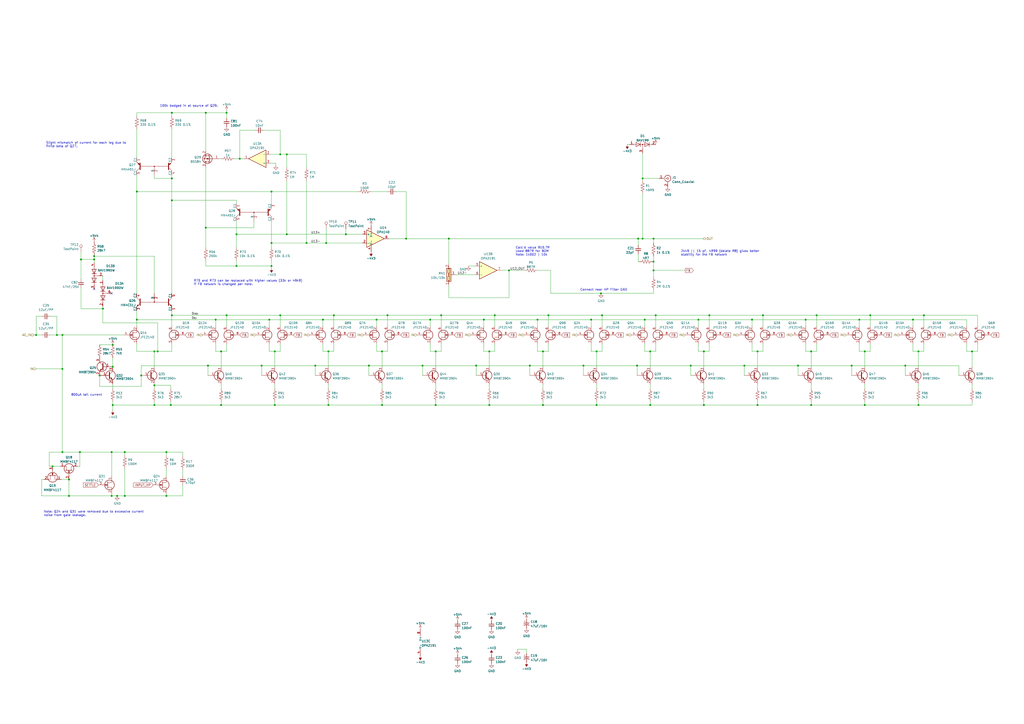
<source format=kicad_sch>
(kicad_sch (version 20230121) (generator eeschema)
  (paper "A2")
  (lib_symbols
    (symbol "Amplifier_Operational:OPA140" (pin_names (offset 0.127))
      (property "Reference" "U" (at 3.81 3.81 0))
      (property "Value" "OPA140" (at 3.81 -3.81 0))
      (symbol "OPA140_1_1"
        (pin no_connect line (at -2.54 -2.54 90) (length 2.54) hide (name "NC") (number "1"))
        (pin input line (at -7.62 -2.54 0) (length 2.54) (name "-") (number "2"))
        (pin input line (at -7.62 2.54 0) (length 2.54) (name "+") (number "3"))
        (pin power_in line (at -2.54 -7.62 90) (length 3.81) (name "V-") (number "4"))
        (pin no_connect line (at 0 -2.54 90) (length 2.54) hide (name "NC") (number "5"))
        (pin output line (at 7.62 0 180) (length 2.54) (name "~") (number "6"))
        (pin power_in line (at -2.54 7.62 270) (length 3.81) (name "V+") (number "7"))
        (pin no_connect line (at -5.08 -2.54 90) (length 2.54) hide (name "NC") (number "8"))
      )
    )
    (symbol "Amplifier_Operational:OPA2145" (pin_names (offset 0.127))
      (property "Reference" "U" (at 0 5.08 0))
      (property "Value" "OPA2145" (at 0 -5.08 0))
      (symbol "OPA2145_1_1"
        (pin output line (at 7.62 0 180) (length 2.54) (name "~") (number "1"))
        (pin input line (at -7.62 -2.54 0) (length 2.54) (name "-") (number "2"))
        (pin input line (at -7.62 2.54 0) (length 2.54) (name "+") (number "3"))
      )
      (symbol "OPA2145_2_1"
        (pin input line (at -7.62 2.54 0) (length 2.54) (name "+") (number "5"))
        (pin input line (at -7.62 -2.54 0) (length 2.54) (name "-") (number "6"))
        (pin output line (at 7.62 0 180) (length 2.54) (name "~") (number "7"))
      )
      (symbol "OPA2145_3_1"
        (pin power_in line (at -2.54 -7.62 90) (length 3.81) (name "V-") (number "4"))
        (pin power_in line (at -2.54 7.62 270) (length 3.81) (name "V+") (number "8"))
      )
    )
    (symbol "Amplifier_Operational:Voltage_Divider" (pin_names (offset 0) hide)
      (property "Reference" "RN?" (at -3.81 -3.3004 90))
      (property "Value" "2k/1k" (at -3.81 -5.8373 90))
      (symbol "Voltage_Divider_1_1"
        (pin passive line (at 0 -6.35 90) (length 2.54) (name "~") (number "1"))
        (pin passive line (at 0 6.35 270) (length 2.54) (name "~") (number "2"))
        (pin passive line (at 3.81 0 180) (length 2.54) (name "~") (number "3"))
      )
    )
    (symbol "Connector:Conn_Coaxial" (pin_names (offset 1.016) hide)
      (property "Reference" "J" (at 0.254 3.048 0))
      (property "Value" "Conn_Coaxial" (at 2.921 0 90))
      (symbol "Conn_Coaxial_1_1"
        (pin passive line (at -5.08 0 0) (length 2.54) (name "In") (number "1"))
        (pin passive line (at 0 -5.08 90) (length 2.54) (name "Ext") (number "2"))
      )
    )
    (symbol "Connector:TestPoint" (pin_numbers hide) (pin_names (offset 0.762) hide)
      (property "Reference" "TP" (at 0 6.858 0))
      (property "Value" "TestPoint" (at 0 5.08 0))
      (symbol "TestPoint_1_1"
        (pin passive line (at 0 0 90) (length 2.54) (name "1") (number "1"))
      )
    )
    (symbol "Device:CP1_Small" (pin_numbers hide) (pin_names (offset 0.254) hide)
      (property "Reference" "C" (at 0.254 1.778 0))
      (property "Value" "CP1_Small" (at 0.254 -2.032 0))
      (symbol "CP1_Small_1_1"
        (pin passive line (at 0 2.54 270) (length 2.032) (name "~") (number "1"))
        (pin passive line (at 0 -2.54 90) (length 2.032) (name "~") (number "2"))
      )
    )
    (symbol "Device:C_Small" (pin_numbers hide) (pin_names (offset 0.254) hide)
      (property "Reference" "C" (at 0.254 1.778 0))
      (property "Value" "C_Small" (at 0.254 -2.032 0))
      (symbol "C_Small_1_1"
        (pin passive line (at 0 2.54 270) (length 2.032) (name "~") (number "1"))
        (pin passive line (at 0 -2.54 90) (length 2.032) (name "~") (number "2"))
      )
    )
    (symbol "Device:R_US" (pin_numbers hide) (pin_names (offset 0))
      (property "Reference" "R" (at 2.54 0 90))
      (property "Value" "R_US" (at -2.54 0 90))
      (symbol "R_US_1_1"
        (pin passive line (at 0 3.81 270) (length 1.27) (name "~") (number "1"))
        (pin passive line (at 0 -3.81 90) (length 1.27) (name "~") (number "2"))
      )
    )
    (symbol "Diode:BAV199DW" (pin_names (offset 0.0254) hide)
      (property "Reference" "D" (at 0 2.54 0))
      (property "Value" "BAV199DW" (at 0 5.08 0))
      (symbol "BAV199DW_1_1"
        (pin passive line (at -7.62 0 0) (length 2.54) (name "A1") (number "1"))
        (pin passive line (at 7.62 0 180) (length 2.54) (name "K2") (number "2"))
        (pin passive line (at 0 -5.08 90) (length 2.54) (name "K3A4") (number "6"))
      )
      (symbol "BAV199DW_2_1"
        (pin passive line (at 0 -5.08 90) (length 2.54) (name "K1A2") (number "3"))
        (pin passive line (at -7.62 0 0) (length 2.54) (name "A3") (number "4"))
        (pin passive line (at 7.62 0 180) (length 2.54) (name "K4") (number "5"))
      )
    )
    (symbol "Diode:BAV99" (pin_names hide)
      (property "Reference" "D" (at 0 5.08 0))
      (property "Value" "BAV99" (at 0 2.54 0))
      (symbol "BAV99_1_1"
        (pin passive line (at -7.62 0 0) (length 2.54) (name "K") (number "1"))
        (pin passive line (at 7.62 0 180) (length 2.54) (name "A") (number "2"))
        (pin passive line (at 0 -5.08 90) (length 2.54) (name "K") (number "3"))
      )
    )
    (symbol "Transistor_BJT:HN4A51J" (pin_names (offset 0))
      (property "Reference" "Q" (at 12.7 1.27 0))
      (property "Value" "HN4A51J" (at 7.62 -1.27 0))
      (symbol "HN4A51J_1_1"
        (pin passive line (at -10.16 5.08 270) (length 2.54) (name "E1") (number "1"))
        (pin input line (at 0 -5.08 90) (length 5.08) (name "B") (number "2"))
        (pin passive line (at 10.16 5.08 270) (length 2.54) (name "E2") (number "3"))
        (pin passive line (at 10.16 -5.08 90) (length 2.54) (name "C2") (number "4"))
        (pin passive line (at -10.16 -5.08 90) (length 2.54) (name "C1") (number "5"))
      )
    )
    (symbol "Transistor_BJT:HN4C51J" (pin_names (offset 0))
      (property "Reference" "Q" (at -10.16 -1.27 0))
      (property "Value" "HN4C51J" (at 7.62 -1.27 0))
      (symbol "HN4C51J_1_1"
        (pin passive line (at 12.7 -5.08 90) (length 2.54) (name "E1") (number "1"))
        (pin input line (at 2.54 5.08 270) (length 5.08) (name "B") (number "2"))
        (pin passive line (at -7.62 -5.08 90) (length 2.54) (name "E2") (number "3"))
        (pin passive line (at -7.62 5.08 270) (length 2.54) (name "C2") (number "4"))
        (pin passive line (at 12.7 5.08 270) (length 2.54) (name "C1") (number "5"))
      )
    )
    (symbol "Transistor_BJT:MMBT3904" (pin_names (offset 0) hide)
      (property "Reference" "Q" (at 5.08 1.905 0))
      (property "Value" "MMBT3904" (at 5.08 0 0))
      (symbol "MMBT3904_1_1"
        (pin input line (at -5.08 0 0) (length 5.715) (name "B") (number "1"))
        (pin passive line (at 2.54 -5.08 90) (length 2.54) (name "E") (number "2"))
        (pin passive line (at 2.54 5.08 270) (length 2.54) (name "C") (number "3"))
      )
    )
    (symbol "Transistor_FET:BSS84" (pin_names hide)
      (property "Reference" "Q" (at 5.08 1.905 0))
      (property "Value" "BSS84" (at 5.08 0 0))
      (symbol "BSS84_1_1"
        (pin input line (at -5.08 0 0) (length 2.54) (name "G") (number "1"))
        (pin passive line (at 2.54 -5.08 90) (length 2.54) (name "S") (number "2"))
        (pin passive line (at 2.54 5.08 270) (length 2.54) (name "D") (number "3"))
      )
    )
    (symbol "Transistor_FET:JFE2140" (pin_names hide)
      (property "Reference" "Q" (at 5.08 1.905 0))
      (property "Value" "JFE2140" (at 5.08 0 0))
      (symbol "JFE2140_1_1"
        (pin passive line (at 2.54 -5.08 90) (length 2.54) (name "S") (number "1"))
        (pin passive line (at 2.54 5.08 270) (length 2.54) (name "D") (number "2"))
        (pin input line (at -5.08 0 0) (length 2.54) (name "G") (number "4"))
      )
      (symbol "JFE2140_2_1"
        (pin passive line (at 2.54 -5.08 90) (length 2.54) (name "S") (number "5"))
        (pin passive line (at 2.54 5.08 270) (length 2.54) (name "D") (number "6"))
        (pin input line (at -5.08 0 0) (length 2.54) (name "G") (number "8"))
      )
    )
    (symbol "Transistor_FET:MMBF4117" (pin_names hide)
      (property "Reference" "Q" (at 5.08 1.905 0))
      (property "Value" "MMBF4117" (at 5.08 0 0))
      (symbol "MMBF4117_1_1"
        (pin passive line (at 2.54 5.08 270) (length 2.54) (name "D") (number "1"))
        (pin passive line (at 2.54 -5.08 90) (length 2.54) (name "S") (number "2"))
        (pin input line (at -5.08 0 0) (length 2.54) (name "G") (number "3"))
      )
    )
    (symbol "power:+5V4" (power) (pin_names (offset 0))
      (property "Value" "+5V4" (at 0 3.556 0))
      (symbol "+5V4_1_1"
        (pin power_in line (at 0 0 90) (length 0) hide (name "+5V4") (number "1"))
      )
    )
    (symbol "power:-4V3" (power) (pin_names (offset 0))
      (property "Value" "-4V3" (at 0 3.81 0))
      (symbol "-4V3_0_0"
        (pin power_in line (at 0 0 90) (length 0) hide (name "-4V3") (number "1"))
      )
    )
    (symbol "power:GND" (power) (pin_names (offset 0))
      (property "Value" "GND" (at 0 -3.81 0))
      (symbol "GND_1_1"
        (pin power_in line (at 0 0 270) (length 0) hide (name "GND") (number "1"))
      )
    )
  )
  (junction (at 131.445 182.88))
  (junction (at 346.075 203.835))
  (junction (at 287.02 182.88))
  (junction (at 128.27 234.95))
  (junction (at 166.37 135.89))
  (junction (at 30.48 270.51))
  (junction (at 311.785 185.42))
  (junction (at 400.685 212.09))
  (junction (at 131.445 65.405))
  (junction (at 72.39 287.655))
  (junction (at 200.66 135.89))
  (junction (at 379.095 151.765))
  (junction (at 96.52 262.255))
  (junction (at 99.695 65.405))
  (junction (at 213.995 212.09))
  (junction (at 190.5 203.835))
  (junction (at 276.225 212.09))
  (junction (at 120.65 212.09))
  (junction (at 40.005 287.655))
  (junction (at 156.21 185.42))
  (junction (at 46.355 262.255))
  (junction (at 260.35 138.43))
  (junction (at 442.595 182.88))
  (junction (at 532.765 234.95))
  (junction (at 473.71 182.88))
  (junction (at 501.65 203.835))
  (junction (at 125.095 185.42))
  (junction (at 151.765 212.09))
  (junction (at 532.765 203.835))
  (junction (at 36.195 194.31))
  (junction (at 193.675 182.88))
  (junction (at 314.96 234.95))
  (junction (at 221.615 234.95))
  (junction (at 187.325 185.42))
  (junction (at 57.785 217.805))
  (junction (at 190.5 234.95))
  (junction (at 33.02 194.31))
  (junction (at 249.555 185.42))
  (junction (at 36.195 213.995))
  (junction (at 162.56 89.535))
  (junction (at 245.11 212.09))
  (junction (at 139.065 92.075))
  (junction (at 59.69 179.07))
  (junction (at 46.99 150.495))
  (junction (at 283.845 234.95))
  (junction (at 159.385 203.835))
  (junction (at 157.48 111.125))
  (junction (at 372.745 103.505))
  (junction (at 525.145 212.09))
  (junction (at 349.25 182.88))
  (junction (at 72.39 262.255))
  (junction (at 283.845 203.835))
  (junction (at 501.65 234.95))
  (junction (at 470.535 203.835))
  (junction (at 96.52 287.655))
  (junction (at 348.615 170.18))
  (junction (at 563.88 203.835))
  (junction (at 64.77 287.655))
  (junction (at 224.79 182.88))
  (junction (at 411.48 182.88))
  (junction (at 372.745 138.43))
  (junction (at 157.48 154.305))
  (junction (at 252.73 234.95))
  (junction (at 408.305 203.835))
  (junction (at 314.96 203.835))
  (junction (at 307.34 212.09))
  (junction (at 439.42 234.95))
  (junction (at 370.205 138.43))
  (junction (at 79.375 111.125))
  (junction (at 252.73 203.835))
  (junction (at 380.365 182.88))
  (junction (at 36.195 262.255))
  (junction (at 280.67 185.42))
  (junction (at 157.48 140.97))
  (junction (at 379.095 156.845))
  (junction (at 64.77 262.255))
  (junction (at 462.915 212.09))
  (junction (at 182.88 212.09))
  (junction (at 346.075 234.95))
  (junction (at 439.42 203.835))
  (junction (at 189.23 140.97))
  (junction (at 338.455 212.09))
  (junction (at 494.03 212.09))
  (junction (at 99.695 116.205))
  (junction (at 128.27 203.835))
  (junction (at 369.57 212.09))
  (junction (at 40.005 278.13))
  (junction (at 342.9 185.42))
  (junction (at 79.375 185.42))
  (junction (at 54.61 148.59))
  (junction (at 408.305 234.95))
  (junction (at 137.16 135.89))
  (junction (at 67.945 287.655))
  (junction (at 221.615 203.835))
  (junction (at 470.535 234.95))
  (junction (at 255.905 182.88))
  (junction (at 99.695 103.505))
  (junction (at 295.275 156.845))
  (junction (at 498.475 185.42))
  (junction (at 405.13 185.42))
  (junction (at 119.38 132.08))
  (junction (at 529.59 185.42))
  (junction (at 65.405 200.025))
  (junction (at 374.015 185.42))
  (junction (at 65.405 234.95))
  (junction (at 20.955 194.31))
  (junction (at 235.585 138.43))
  (junction (at 218.44 185.42))
  (junction (at 377.19 234.95))
  (junction (at 379.095 138.43))
  (junction (at 166.37 89.535))
  (junction (at 81.915 217.805))
  (junction (at 119.38 65.405))
  (junction (at 535.94 182.88))
  (junction (at 162.56 182.88))
  (junction (at 467.36 185.42))
  (junction (at 377.19 203.835))
  (junction (at 318.135 182.88))
  (junction (at 91.44 203.835))
  (junction (at 65.405 212.725))
  (junction (at 89.535 234.95))
  (junction (at 177.8 140.97))
  (junction (at 137.16 154.305))
  (junction (at 436.245 185.42))
  (junction (at 504.825 182.88))
  (junction (at 89.535 203.835))
  (junction (at 99.695 182.88))
  (junction (at 159.385 234.95))
  (junction (at 54.61 150.495))
  (junction (at 99.06 234.95))
  (junction (at 431.8 212.09))
  (junction (at 89.535 223.52))
  (no_connect (at 64.77 170.18))
  (no_connect (at 54.61 167.64))
  (wire (pts (xy 369.57 212.09) (xy 369.57 217.805)))
  (wire (pts (xy 560.705 203.835) (xy 563.88 203.835)))
  (wire (pts (xy 131.445 64.135) (xy 131.445 65.405)))
  (wire (pts (xy 157.48 154.305) (xy 157.48 155.575)))
  (wire (pts (xy 280.67 199.39) (xy 280.67 203.835)))
  (wire (pts (xy 218.44 189.23) (xy 218.44 185.42)))
  (wire (pts (xy 560.705 189.23) (xy 560.705 185.42)))
  (wire (pts (xy 119.38 97.155) (xy 119.38 132.08)))
  (wire (pts (xy 106.045 287.655) (xy 106.045 281.305)))
  (wire (pts (xy 67.945 287.655) (xy 72.39 287.655)))
  (wire (pts (xy 372.745 103.505) (xy 382.27 103.505)))
  (wire (pts (xy 177.8 140.97) (xy 189.23 140.97)))
  (wire (pts (xy 501.65 203.835) (xy 504.825 203.835)))
  (wire (pts (xy 147.32 132.08) (xy 147.32 128.27)))
  (wire (pts (xy 46.99 179.07) (xy 59.69 179.07)))
  (wire (pts (xy 79.375 111.125) (xy 79.375 170.18)))
  (wire (pts (xy 79.375 199.39) (xy 79.375 203.835)))
  (wire (pts (xy 166.37 135.89) (xy 166.37 104.775)))
  (wire (pts (xy 36.195 262.255) (xy 46.355 262.255)))
  (wire (pts (xy 377.19 233.045) (xy 377.19 234.95)))
  (wire (pts (xy 338.455 212.09) (xy 369.57 212.09)))
  (wire (pts (xy 307.34 212.09) (xy 307.34 217.805)))
  (wire (pts (xy 153.035 75.565) (xy 162.56 75.565)))
  (wire (pts (xy 370.205 147.32) (xy 370.205 151.765)))
  (wire (pts (xy 346.075 222.885) (xy 346.075 225.425)))
  (wire (pts (xy 295.275 156.845) (xy 290.83 156.845)))
  (wire (pts (xy 106.045 262.255) (xy 106.045 264.795)))
  (wire (pts (xy 260.35 165.735) (xy 260.35 172.72)))
  (wire (pts (xy 374.015 185.42) (xy 405.13 185.42)))
  (wire (pts (xy 54.61 147.955) (xy 54.61 148.59)))
  (wire (pts (xy 99.695 189.23) (xy 99.695 182.88)))
  (wire (pts (xy 28.575 270.51) (xy 30.48 270.51)))
  (wire (pts (xy 252.73 233.045) (xy 252.73 234.95)))
  (wire (pts (xy 529.59 189.23) (xy 529.59 185.42)))
  (wire (pts (xy 379.095 156.845) (xy 397.51 156.845)))
  (wire (pts (xy 139.065 92.075) (xy 141.605 92.075)))
  (wire (pts (xy 187.325 189.23) (xy 187.325 185.42)))
  (wire (pts (xy 160.02 94.615) (xy 156.845 94.615)))
  (wire (pts (xy 166.37 97.155) (xy 166.37 89.535)))
  (wire (pts (xy 79.375 203.835) (xy 89.535 203.835)))
  (wire (pts (xy 159.385 234.95) (xy 190.5 234.95)))
  (wire (pts (xy 119.38 65.405) (xy 99.695 65.405)))
  (wire (pts (xy 380.365 182.88) (xy 411.48 182.88)))
  (wire (pts (xy 311.785 156.845) (xy 319.405 156.845)))
  (wire (pts (xy 379.095 151.765) (xy 379.095 156.845)))
  (wire (pts (xy 276.225 212.09) (xy 307.34 212.09)))
  (wire (pts (xy 79.375 101.6) (xy 79.375 111.125)))
  (wire (pts (xy 36.195 213.995) (xy 36.195 262.255)))
  (wire (pts (xy 162.56 203.835) (xy 162.56 199.39)))
  (wire (pts (xy 131.445 182.88) (xy 162.56 182.88)))
  (wire (pts (xy 19.685 194.31) (xy 20.955 194.31)))
  (wire (pts (xy 556.26 212.09) (xy 556.26 217.805)))
  (wire (pts (xy 494.03 212.09) (xy 525.145 212.09)))
  (wire (pts (xy 295.275 172.72) (xy 295.275 156.845)))
  (wire (pts (xy 157.48 111.125) (xy 157.48 118.11)))
  (wire (pts (xy 567.055 182.88) (xy 567.055 189.23)))
  (wire (pts (xy 563.88 203.835) (xy 563.88 212.725)))
  (wire (pts (xy 36.195 194.31) (xy 36.195 213.995)))
  (wire (pts (xy 65.405 234.95) (xy 65.405 238.125)))
  (wire (pts (xy 190.5 203.835) (xy 193.675 203.835)))
  (wire (pts (xy 411.48 203.835) (xy 411.48 199.39)))
  (wire (pts (xy 159.385 222.885) (xy 159.385 225.425)))
  (wire (pts (xy 252.73 234.95) (xy 283.845 234.95)))
  (wire (pts (xy 221.615 234.95) (xy 252.73 234.95)))
  (wire (pts (xy 342.9 185.42) (xy 374.015 185.42)))
  (wire (pts (xy 28.575 262.255) (xy 28.575 270.51)))
  (wire (pts (xy 128.27 233.045) (xy 128.27 234.95)))
  (wire (pts (xy 498.475 189.23) (xy 498.475 185.42)))
  (wire (pts (xy 338.455 212.09) (xy 338.455 217.805)))
  (wire (pts (xy 318.135 203.835) (xy 318.135 199.39)))
  (wire (pts (xy 283.845 203.835) (xy 287.02 203.835)))
  (wire (pts (xy 235.585 138.43) (xy 260.35 138.43)))
  (wire (pts (xy 374.015 203.835) (xy 377.19 203.835)))
  (wire (pts (xy 498.475 185.42) (xy 529.59 185.42)))
  (wire (pts (xy 260.35 172.72) (xy 295.275 172.72)))
  (wire (pts (xy 560.705 199.39) (xy 560.705 203.835)))
  (wire (pts (xy 379.095 170.18) (xy 348.615 170.18)))
  (wire (pts (xy 128.27 234.95) (xy 159.385 234.95)))
  (wire (pts (xy 504.825 203.835) (xy 504.825 199.39)))
  (wire (pts (xy 190.5 234.95) (xy 221.615 234.95)))
  (wire (pts (xy 377.19 222.885) (xy 377.19 225.425)))
  (wire (pts (xy 467.36 189.23) (xy 467.36 185.42)))
  (wire (pts (xy 342.9 189.23) (xy 342.9 185.42)))
  (wire (pts (xy 287.02 182.88) (xy 287.02 189.23)))
  (wire (pts (xy 79.375 111.125) (xy 157.48 111.125)))
  (wire (pts (xy 408.305 233.045) (xy 408.305 234.95)))
  (wire (pts (xy 255.905 182.88) (xy 287.02 182.88)))
  (wire (pts (xy 99.06 233.045) (xy 99.06 234.95)))
  (wire (pts (xy 439.42 203.835) (xy 439.42 212.725)))
  (wire (pts (xy 187.325 199.39) (xy 187.325 203.835)))
  (wire (pts (xy 99.06 234.95) (xy 89.535 234.95)))
  (wire (pts (xy 119.38 132.08) (xy 147.32 132.08)))
  (wire (pts (xy 436.245 203.835) (xy 439.42 203.835)))
  (wire (pts (xy 563.88 203.835) (xy 567.055 203.835)))
  (wire (pts (xy 46.99 150.495) (xy 54.61 150.495)))
  (wire (pts (xy 46.355 270.51) (xy 45.085 270.51)))
  (wire (pts (xy 187.325 203.835) (xy 190.5 203.835)))
  (wire (pts (xy 96.52 286.385) (xy 96.52 287.655)))
  (wire (pts (xy 470.535 203.835) (xy 470.535 212.725)))
  (wire (pts (xy 24.13 278.13) (xy 24.13 287.655)))
  (wire (pts (xy 72.39 271.78) (xy 72.39 287.655)))
  (wire (pts (xy 532.765 203.835) (xy 532.765 212.725)))
  (wire (pts (xy 462.915 212.09) (xy 462.915 217.805)))
  (wire (pts (xy 346.075 203.835) (xy 349.25 203.835)))
  (wire (pts (xy 137.16 128.27) (xy 137.16 135.89)))
  (wire (pts (xy 532.765 203.835) (xy 535.94 203.835)))
  (wire (pts (xy 379.095 138.43) (xy 379.095 140.97)))
  (wire (pts (xy 535.94 182.88) (xy 535.94 189.23)))
  (wire (pts (xy 54.61 150.495) (xy 54.61 152.4)))
  (wire (pts (xy 91.44 187.325) (xy 91.44 203.835)))
  (wire (pts (xy 439.42 203.835) (xy 442.595 203.835)))
  (wire (pts (xy 89.535 101.6) (xy 89.535 103.505)))
  (wire (pts (xy 139.065 92.075) (xy 139.065 75.565)))
  (wire (pts (xy 46.99 161.925) (xy 46.99 150.495)))
  (wire (pts (xy 287.02 203.835) (xy 287.02 199.39)))
  (wire (pts (xy 408.305 203.835) (xy 408.305 212.725)))
  (wire (pts (xy 255.905 203.835) (xy 255.905 199.39)))
  (wire (pts (xy 400.685 212.09) (xy 400.685 217.805)))
  (wire (pts (xy 318.135 182.88) (xy 318.135 189.23)))
  (wire (pts (xy 162.56 89.535) (xy 156.845 89.535)))
  (wire (pts (xy 498.475 199.39) (xy 498.475 203.835)))
  (wire (pts (xy 20.955 213.995) (xy 36.195 213.995)))
  (wire (pts (xy 408.305 222.885) (xy 408.305 225.425)))
  (wire (pts (xy 99.695 203.835) (xy 99.695 199.39)))
  (wire (pts (xy 131.445 182.88) (xy 131.445 189.23)))
  (wire (pts (xy 442.595 203.835) (xy 442.595 199.39)))
  (wire (pts (xy 36.195 194.31) (xy 71.755 194.31)))
  (wire (pts (xy 342.9 199.39) (xy 342.9 203.835)))
  (wire (pts (xy 235.585 111.125) (xy 235.585 138.43)))
  (wire (pts (xy 157.48 128.27) (xy 157.48 140.97)))
  (wire (pts (xy 221.615 203.835) (xy 224.79 203.835)))
  (wire (pts (xy 190.5 203.835) (xy 190.5 212.725)))
  (wire (pts (xy 470.535 203.835) (xy 473.71 203.835)))
  (wire (pts (xy 370.205 138.43) (xy 370.205 142.24)))
  (wire (pts (xy 99.695 182.88) (xy 99.695 180.34)))
  (wire (pts (xy 379.095 138.43) (xy 372.745 138.43)))
  (wire (pts (xy 342.9 203.835) (xy 346.075 203.835)))
  (wire (pts (xy 64.77 262.255) (xy 64.77 276.225)))
  (wire (pts (xy 213.995 212.09) (xy 213.995 217.805)))
  (wire (pts (xy 162.56 75.565) (xy 162.56 89.535)))
  (wire (pts (xy 24.13 287.655) (xy 40.005 287.655)))
  (wire (pts (xy 473.71 203.835) (xy 473.71 199.39)))
  (wire (pts (xy 99.695 74.93) (xy 99.695 91.44)))
  (wire (pts (xy 462.915 212.09) (xy 494.03 212.09)))
  (wire (pts (xy 221.615 222.885) (xy 221.615 225.425)))
  (wire (pts (xy 89.535 103.505) (xy 99.695 103.505)))
  (wire (pts (xy 311.785 199.39) (xy 311.785 203.835)))
  (wire (pts (xy 89.535 203.835) (xy 89.535 212.725)))
  (wire (pts (xy 96.52 262.255) (xy 106.045 262.255)))
  (wire (pts (xy 120.65 212.09) (xy 151.765 212.09)))
  (wire (pts (xy 189.23 140.97) (xy 210.185 140.97)))
  (wire (pts (xy 280.67 203.835) (xy 283.845 203.835)))
  (wire (pts (xy 276.225 212.09) (xy 276.225 217.805)))
  (wire (pts (xy 125.095 189.23) (xy 125.095 185.42)))
  (wire (pts (xy 156.21 185.42) (xy 187.325 185.42)))
  (wire (pts (xy 81.915 212.09) (xy 81.915 217.805)))
  (wire (pts (xy 99.695 116.205) (xy 137.16 116.205)))
  (wire (pts (xy 25.4 278.13) (xy 24.13 278.13)))
  (wire (pts (xy 470.535 233.045) (xy 470.535 234.95)))
  (wire (pts (xy 372.745 103.505) (xy 372.745 104.775)))
  (wire (pts (xy 57.785 224.155) (xy 81.915 224.155)))
  (wire (pts (xy 287.02 182.88) (xy 318.135 182.88)))
  (wire (pts (xy 260.35 138.43) (xy 260.35 153.035)))
  (wire (pts (xy 156.21 189.23) (xy 156.21 185.42)))
  (wire (pts (xy 271.78 154.305) (xy 275.59 154.305)))
  (wire (pts (xy 245.11 212.09) (xy 245.11 217.805)))
  (wire (pts (xy 501.65 233.045) (xy 501.65 234.95)))
  (wire (pts (xy 189.23 132.715) (xy 189.23 140.97)))
  (wire (pts (xy 177.8 97.155) (xy 177.8 89.535)))
  (wire (pts (xy 283.845 233.045) (xy 283.845 234.95)))
  (wire (pts (xy 408.305 203.835) (xy 411.48 203.835)))
  (wire (pts (xy 159.385 233.045) (xy 159.385 234.95)))
  (wire (pts (xy 405.13 199.39) (xy 405.13 203.835)))
  (wire (pts (xy 260.35 138.43) (xy 370.205 138.43)))
  (wire (pts (xy 128.27 203.835) (xy 131.445 203.835)))
  (wire (pts (xy 218.44 203.835) (xy 221.615 203.835)))
  (wire (pts (xy 431.8 212.09) (xy 431.8 217.805)))
  (wire (pts (xy 377.19 234.95) (xy 408.305 234.95)))
  (wire (pts (xy 89.535 223.52) (xy 89.535 225.425)))
  (wire (pts (xy 182.88 212.09) (xy 182.88 217.805)))
  (wire (pts (xy 314.96 203.835) (xy 314.96 212.725)))
  (wire (pts (xy 224.79 182.88) (xy 224.79 189.23)))
  (wire (pts (xy 79.375 185.42) (xy 125.095 185.42)))
  (wire (pts (xy 128.27 222.885) (xy 128.27 225.425)))
  (wire (pts (xy 431.8 212.09) (xy 462.915 212.09)))
  (wire (pts (xy 96.52 287.655) (xy 106.045 287.655)))
  (wire (pts (xy 372.745 88.9) (xy 372.745 103.505)))
  (wire (pts (xy 411.48 182.88) (xy 411.48 189.23)))
  (wire (pts (xy 283.845 222.885) (xy 283.845 225.425)))
  (wire (pts (xy 349.25 182.88) (xy 349.25 189.23)))
  (wire (pts (xy 125.095 199.39) (xy 125.095 203.835)))
  (wire (pts (xy 67.945 287.655) (xy 64.77 287.655)))
  (wire (pts (xy 439.42 233.045) (xy 439.42 234.95)))
  (wire (pts (xy 501.65 234.95) (xy 532.765 234.95)))
  (wire (pts (xy 131.445 203.835) (xy 131.445 199.39)))
  (wire (pts (xy 193.675 182.88) (xy 193.675 189.23)))
  (wire (pts (xy 46.99 146.05) (xy 46.99 150.495)))
  (wire (pts (xy 379.095 156.845) (xy 379.095 160.655)))
  (wire (pts (xy 200.66 132.715) (xy 200.66 135.89)))
  (wire (pts (xy 157.48 151.13) (xy 157.48 154.305)))
  (wire (pts (xy 346.075 233.045) (xy 346.075 234.95)))
  (wire (pts (xy 166.37 89.535) (xy 177.8 89.535)))
  (wire (pts (xy 156.21 203.835) (xy 159.385 203.835)))
  (wire (pts (xy 137.16 151.13) (xy 137.16 154.305)))
  (wire (pts (xy 255.905 182.88) (xy 255.905 189.23)))
  (wire (pts (xy 131.445 65.405) (xy 131.445 68.58)))
  (wire (pts (xy 280.67 189.23) (xy 280.67 185.42)))
  (wire (pts (xy 190.5 222.885) (xy 190.5 225.425)))
  (wire (pts (xy 89.535 222.885) (xy 89.535 223.52)))
  (wire (pts (xy 135.89 92.075) (xy 139.065 92.075)))
  (wire (pts (xy 81.915 212.09) (xy 120.65 212.09)))
  (wire (pts (xy 283.845 203.835) (xy 283.845 212.725)))
  (wire (pts (xy 46.99 167.005) (xy 46.99 179.07)))
  (wire (pts (xy 535.94 182.88) (xy 567.055 182.88)))
  (wire (pts (xy 166.37 135.89) (xy 200.66 135.89)))
  (wire (pts (xy 79.375 65.405) (xy 99.695 65.405)))
  (wire (pts (xy 311.785 203.835) (xy 314.96 203.835)))
  (wire (pts (xy 89.535 148.59) (xy 54.61 148.59)))
  (wire (pts (xy 200.66 135.89) (xy 210.185 135.89)))
  (wire (pts (xy 59.69 187.325) (xy 91.44 187.325)))
  (wire (pts (xy 65.405 233.045) (xy 65.405 234.95)))
  (wire (pts (xy 439.42 222.885) (xy 439.42 225.425)))
  (wire (pts (xy 436.245 199.39) (xy 436.245 203.835)))
  (wire (pts (xy 535.94 203.835) (xy 535.94 199.39)))
  (wire (pts (xy 473.71 182.88) (xy 473.71 189.23)))
  (wire (pts (xy 249.555 203.835) (xy 252.73 203.835)))
  (wire (pts (xy 91.44 203.835) (xy 99.695 203.835)))
  (wire (pts (xy 40.005 287.655) (xy 40.005 278.13)))
  (wire (pts (xy 46.355 262.255) (xy 64.77 262.255)))
  (wire (pts (xy 64.77 286.385) (xy 64.77 287.655)))
  (wire (pts (xy 151.765 212.09) (xy 182.88 212.09)))
  (wire (pts (xy 79.375 65.405) (xy 79.375 67.31)))
  (wire (pts (xy 473.71 182.88) (xy 504.825 182.88)))
  (wire (pts (xy 504.825 182.88) (xy 535.94 182.88)))
  (wire (pts (xy 120.65 212.09) (xy 120.65 217.805)))
  (wire (pts (xy 229.87 111.125) (xy 235.585 111.125)))
  (wire (pts (xy 166.37 89.535) (xy 162.56 89.535)))
  (wire (pts (xy 532.765 234.95) (xy 563.88 234.95)))
  (wire (pts (xy 72.39 287.655) (xy 96.52 287.655)))
  (wire (pts (xy 96.52 271.78) (xy 96.52 276.225)))
  (wire (pts (xy 504.825 182.88) (xy 504.825 189.23)))
  (wire (pts (xy 379.095 168.275) (xy 379.095 170.18)))
  (wire (pts (xy 157.48 140.97) (xy 177.8 140.97)))
  (wire (pts (xy 501.65 203.835) (xy 501.65 212.725)))
  (wire (pts (xy 99.695 65.405) (xy 99.695 67.31)))
  (wire (pts (xy 563.88 222.885) (xy 563.88 225.425)))
  (wire (pts (xy 193.675 203.835) (xy 193.675 199.39)))
  (wire (pts (xy 119.38 154.305) (xy 119.38 151.13)))
  (wire (pts (xy 567.055 203.835) (xy 567.055 199.39)))
  (wire (pts (xy 157.48 154.305) (xy 137.16 154.305)))
  (wire (pts (xy 377.19 203.835) (xy 377.19 212.725)))
  (wire (pts (xy 162.56 182.88) (xy 162.56 189.23)))
  (wire (pts (xy 380.365 182.88) (xy 380.365 189.23)))
  (wire (pts (xy 245.11 212.09) (xy 276.225 212.09)))
  (wire (pts (xy 156.21 199.39) (xy 156.21 203.835)))
  (wire (pts (xy 525.145 212.09) (xy 556.26 212.09)))
  (wire (pts (xy 467.36 185.42) (xy 498.475 185.42)))
  (wire (pts (xy 311.785 185.42) (xy 342.9 185.42)))
  (wire (pts (xy 59.69 179.07) (xy 59.69 177.8)))
  (wire (pts (xy 89.535 170.18) (xy 89.535 148.59)))
  (wire (pts (xy 467.36 203.835) (xy 470.535 203.835)))
  (wire (pts (xy 157.48 111.125) (xy 207.645 111.125)))
  (wire (pts (xy 378.46 151.765) (xy 379.095 151.765)))
  (wire (pts (xy 128.27 203.835) (xy 128.27 212.725)))
  (wire (pts (xy 65.405 222.885) (xy 65.405 225.425)))
  (wire (pts (xy 442.595 182.88) (xy 442.595 189.23)))
  (wire (pts (xy 57.785 200.025) (xy 65.405 200.025)))
  (wire (pts (xy 89.535 223.52) (xy 99.06 223.52)))
  (wire (pts (xy 370.205 151.765) (xy 370.84 151.765)))
  (wire (pts (xy 379.095 148.59) (xy 379.095 151.765)))
  (wire (pts (xy 33.02 183.515) (xy 33.02 194.31)))
  (wire (pts (xy 36.195 262.255) (xy 28.575 262.255)))
  (wire (pts (xy 79.375 74.93) (xy 79.375 91.44)))
  (wire (pts (xy 89.535 234.95) (xy 65.405 234.95)))
  (wire (pts (xy 40.005 287.655) (xy 64.77 287.655)))
  (wire (pts (xy 187.325 185.42) (xy 218.44 185.42)))
  (wire (pts (xy 439.42 234.95) (xy 470.535 234.95)))
  (wire (pts (xy 30.48 270.51) (xy 34.925 270.51)))
  (wire (pts (xy 470.535 222.885) (xy 470.535 225.425)))
  (wire (pts (xy 252.73 203.835) (xy 255.905 203.835)))
  (wire (pts (xy 408.305 234.95) (xy 439.42 234.95)))
  (wire (pts (xy 89.535 203.835) (xy 91.44 203.835)))
  (wire (pts (xy 190.5 233.045) (xy 190.5 234.95)))
  (wire (pts (xy 494.03 212.09) (xy 494.03 217.805)))
  (wire (pts (xy 79.375 185.42) (xy 79.375 189.23)))
  (wire (pts (xy 305.435 376.555) (xy 305.435 379.095)))
  (wire (pts (xy 442.595 182.88) (xy 473.71 182.88)))
  (wire (pts (xy 119.38 65.405) (xy 119.38 86.995)))
  (wire (pts (xy 99.695 101.6) (xy 99.695 103.505)))
  (wire (pts (xy 529.59 185.42) (xy 560.705 185.42)))
  (wire (pts (xy 283.845 234.95) (xy 314.96 234.95)))
  (wire (pts (xy 157.48 140.97) (xy 157.48 143.51)))
  (wire (pts (xy 46.355 262.255) (xy 46.355 270.51)))
  (wire (pts (xy 307.34 212.09) (xy 338.455 212.09)))
  (wire (pts (xy 99.695 116.205) (xy 99.695 170.18)))
  (wire (pts (xy 319.405 170.18) (xy 319.405 156.845)))
  (wire (pts (xy 65.405 207.645) (xy 65.405 212.725)))
  (wire (pts (xy 374.015 199.39) (xy 374.015 203.835)))
  (wire (pts (xy 54.61 148.59) (xy 54.61 150.495)))
  (wire (pts (xy 372.745 112.395) (xy 372.745 138.43)))
  (wire (pts (xy 139.065 75.565) (xy 147.955 75.565)))
  (wire (pts (xy 532.765 233.045) (xy 532.765 234.95)))
  (wire (pts (xy 128.27 234.95) (xy 99.06 234.95)))
  (wire (pts (xy 369.57 212.09) (xy 400.685 212.09)))
  (wire (pts (xy 224.79 182.88) (xy 255.905 182.88)))
  (wire (pts (xy 498.475 203.835) (xy 501.65 203.835)))
  (wire (pts (xy 72.39 262.255) (xy 96.52 262.255)))
  (wire (pts (xy 405.13 203.835) (xy 408.305 203.835)))
  (wire (pts (xy 125.095 203.835) (xy 128.27 203.835)))
  (wire (pts (xy 35.56 278.13) (xy 40.005 278.13)))
  (wire (pts (xy 314.96 234.95) (xy 346.075 234.95)))
  (wire (pts (xy 20.955 183.515) (xy 24.13 183.515)))
  (wire (pts (xy 252.73 222.885) (xy 252.73 225.425)))
  (wire (pts (xy 346.075 234.95) (xy 377.19 234.95)))
  (wire (pts (xy 372.745 138.43) (xy 370.205 138.43)))
  (wire (pts (xy 137.16 154.305) (xy 119.38 154.305)))
  (wire (pts (xy 224.79 203.835) (xy 224.79 199.39)))
  (wire (pts (xy 106.045 272.415) (xy 106.045 276.225)))
  (wire (pts (xy 529.59 199.39) (xy 529.59 203.835)))
  (wire (pts (xy 72.39 262.255) (xy 72.39 264.16)))
  (wire (pts (xy 349.25 182.88) (xy 380.365 182.88)))
  (wire (pts (xy 377.19 203.835) (xy 380.365 203.835)))
  (wire (pts (xy 79.375 180.34) (xy 79.375 185.42)))
  (wire (pts (xy 314.96 222.885) (xy 314.96 225.425)))
  (wire (pts (xy 252.73 203.835) (xy 252.73 212.725)))
  (wire (pts (xy 119.38 132.08) (xy 119.38 143.51)))
  (wire (pts (xy 374.015 189.23) (xy 374.015 185.42)))
  (wire (pts (xy 29.21 183.515) (xy 33.02 183.515)))
  (wire (pts (xy 160.02 95.885) (xy 160.02 94.615)))
  (wire (pts (xy 467.36 199.39) (xy 467.36 203.835)))
  (wire (pts (xy 379.095 138.43) (xy 408.305 138.43)))
  (wire (pts (xy 249.555 185.42) (xy 280.67 185.42)))
  (wire (pts (xy 99.695 182.88) (xy 131.445 182.88)))
  (wire (pts (xy 131.445 65.405) (xy 119.38 65.405)))
  (wire (pts (xy 411.48 182.88) (xy 442.595 182.88)))
  (wire (pts (xy 29.21 194.31) (xy 33.02 194.31)))
  (wire (pts (xy 99.695 103.505) (xy 99.695 116.205)))
  (wire (pts (xy 159.385 203.835) (xy 162.56 203.835)))
  (wire (pts (xy 125.095 185.42) (xy 156.21 185.42)))
  (wire (pts (xy 20.955 194.31) (xy 20.955 183.515)))
  (wire (pts (xy 501.65 222.885) (xy 501.65 225.425)))
  (wire (pts (xy 314.96 203.835) (xy 318.135 203.835)))
  (wire (pts (xy 137.16 116.205) (xy 137.16 118.11)))
  (wire (pts (xy 319.405 170.18) (xy 348.615 170.18)))
  (wire (pts (xy 295.275 156.845) (xy 304.165 156.845)))
  (wire (pts (xy 380.365 203.835) (xy 380.365 199.39)))
  (wire (pts (xy 363.855 83.82) (xy 365.125 83.82)))
  (wire (pts (xy 529.59 203.835) (xy 532.765 203.835)))
  (wire (pts (xy 127 92.075) (xy 128.27 92.075)))
  (wire (pts (xy 280.67 185.42) (xy 311.785 185.42)))
  (wire (pts (xy 159.385 203.835) (xy 159.385 212.725)))
  (wire (pts (xy 525.145 212.09) (xy 525.145 217.805)))
  (wire (pts (xy 225.425 138.43) (xy 235.585 138.43)))
  (wire (pts (xy 300.355 377.19) (xy 300.355 376.555)))
  (wire (pts (xy 215.265 111.125) (xy 224.79 111.125)))
  (wire (pts (xy 346.075 203.835) (xy 346.075 212.725)))
  (wire (pts (xy 311.785 189.23) (xy 311.785 185.42)))
  (wire (pts (xy 193.675 182.88) (xy 224.79 182.88)))
  (wire (pts (xy 89.535 233.045) (xy 89.535 234.95)))
  (wire (pts (xy 59.69 160.02) (xy 59.69 162.56)))
  (wire (pts (xy 137.16 135.89) (xy 166.37 135.89)))
  (wire (pts (xy 249.555 199.39) (xy 249.555 203.835)))
  (wire (pts (xy 64.77 262.255) (xy 72.39 262.255)))
  (wire (pts (xy 177.8 140.97) (xy 177.8 104.775)))
  (wire (pts (xy 137.16 135.89) (xy 137.16 143.51)))
  (wire (pts (xy 182.88 212.09) (xy 213.995 212.09)))
  (wire (pts (xy 213.995 212.09) (xy 245.11 212.09)))
  (wire (pts (xy 563.88 233.045) (xy 563.88 234.95)))
  (wire (pts (xy 218.44 199.39) (xy 218.44 203.835)))
  (wire (pts (xy 33.02 194.31) (xy 36.195 194.31)))
  (wire (pts (xy 314.96 233.045) (xy 314.96 234.95)))
  (wire (pts (xy 405.13 189.23) (xy 405.13 185.42)))
  (wire (pts (xy 349.25 203.835) (xy 349.25 199.39)))
  (wire (pts (xy 318.135 182.88) (xy 349.25 182.88)))
  (wire (pts (xy 59.69 179.07) (xy 59.69 187.325)))
  (wire (pts (xy 532.765 222.885) (xy 532.765 225.425)))
  (wire (pts (xy 221.615 203.835) (xy 221.615 212.725)))
  (wire (pts (xy 400.685 212.09) (xy 431.8 212.09)))
  (wire (pts (xy 405.13 185.42) (xy 436.245 185.42)))
  (wire (pts (xy 99.06 223.52) (xy 99.06 225.425)))
  (wire (pts (xy 470.535 234.95) (xy 501.65 234.95)))
  (wire (pts (xy 81.915 217.805) (xy 81.915 224.155)))
  (wire (pts (xy 162.56 182.88) (xy 193.675 182.88)))
  (wire (pts (xy 57.785 217.805) (xy 57.785 224.155)))
  (wire (pts (xy 436.245 189.23) (xy 436.245 185.42)))
  (wire (pts (xy 218.44 185.42) (xy 249.555 185.42)))
  (wire (pts (xy 221.615 233.045) (xy 221.615 234.95)))
  (wire (pts (xy 151.765 212.09) (xy 151.765 217.805)))
  (wire (pts (xy 264.16 159.385) (xy 275.59 159.385)))
  (wire (pts (xy 436.245 185.42) (xy 467.36 185.42)))
  (wire (pts (xy 300.355 376.555) (xy 305.435 376.555)))
  (wire (pts (xy 96.52 262.255) (xy 96.52 264.16)))
  (wire (pts (xy 249.555 189.23) (xy 249.555 185.42)))
  (wire (pts (xy 20.955 194.31) (xy 24.13 194.31)))
  (text "100k bodged in at source of Q29." (at 92.71 62.23 0) (effects (font (size 1.27 1.27)) (justify left bottom)))
  (text "Slight mismatch of current for each leg due to \nfinite beta of Q27." (at 26.67 85.725 0) (effects (font (size 1.27 1.27)) (justify left bottom)))
  (text "Note: Q24 and Q31 were removed due to excessive current\nnoise from gate leakage." (at 25.4 299.72 0) (effects (font (size 1.27 1.27)) (justify left bottom)))
  (text "R70 and R73 can be replaced with higher values (33k or 49k9)\nif FB network is changed per note." (at 112.395 165.735 0) (effects (font (size 1.27 1.27)) (justify left bottom)))
  (text "Calc'd value 910.7R\nUsed 887R for BOM\nNote: 1k002 | 10k" (at 299.085 148.59 0) (effects (font (size 1.27 1.27)) (justify left bottom)))
  (text "Connect near HP Filter GND" (at 336.55 168.91 0) (effects (font (size 1.27 1.27)) (justify left bottom)))
  (text "2k49 || 15 pF, 4R99 (delete R8) gives better\nstability for the FB network" (at 394.97 148.59 0) (effects (font (size 1.27 1.27)) (justify left bottom)))
  (text "800uA tail current" (at 41.275 229.87 0) (effects (font (size 1.27 1.27)) (justify left bottom)))
  (label "U13-" (at 180.34 140.97 0))
  (label "U12-" (at 265.4146 159.385 0))
  (label "D_{NI}" (at 111.125 185.42 0))
  (label "D_{INV}" (at 111.125 182.88 0))
  (label "U12_OUT" (at 295.91 156.845 0))
  (label "U13+" (at 180.34 135.89 0))
  (global_label "FB" (shape input) (at 325.755 194.31 0) (property "Intersheetrefs" "${INTERSHEET_REFS}" (effects hide)))
  (global_label "FB" (shape input) (at 512.445 194.31 0) (property "Intersheetrefs" "${INTERSHEET_REFS}" (effects hide)))
  (global_label "FB" (shape input) (at 419.1 194.31 0) (property "Intersheetrefs" "${INTERSHEET_REFS}" (effects hide)))
  (global_label "FB" (shape input) (at 543.56 194.31 0) (property "Intersheetrefs" "${INTERSHEET_REFS}" (effects hide)))
  (global_label "FB" (shape input) (at 450.215 194.31 0) (property "Intersheetrefs" "${INTERSHEET_REFS}" (effects hide)))
  (global_label "FB" (shape input) (at 481.33 194.31 0) (property "Intersheetrefs" "${INTERSHEET_REFS}" (effects hide)))
  (global_label "FB" (shape input) (at 387.985 194.31 0) (property "Intersheetrefs" "${INTERSHEET_REFS}" (effects hide)))
  (global_label "FB" (shape input) (at 139.065 194.31 0) (property "Intersheetrefs" "${INTERSHEET_REFS}" (effects hide)))
  (global_label "SETTLE" (shape input) (at 57.15 281.305 180) (property "Intersheetrefs" "${INTERSHEET_REFS}" (effects hide)))
  (global_label "FB" (shape input) (at 356.87 194.31 0) (property "Intersheetrefs" "${INTERSHEET_REFS}" (effects hide)))
  (global_label "INPUT_HP" (shape input) (at 88.9 281.305 180) (property "Intersheetrefs" "${INTERSHEET_REFS}" (effects hide)))
  (global_label "FB" (shape input) (at 107.315 194.31 0) (property "Intersheetrefs" "${INTERSHEET_REFS}" (effects hide)))
  (global_label "FB" (shape input) (at 170.18 194.31 0) (property "Intersheetrefs" "${INTERSHEET_REFS}" (effects hide)))
  (global_label "FB" (shape input) (at 263.525 194.31 0) (property "Intersheetrefs" "${INTERSHEET_REFS}" (effects hide)))
  (global_label "FB" (shape input) (at 294.64 194.31 0) (property "Intersheetrefs" "${INTERSHEET_REFS}" (effects hide)))
  (global_label "FB" (shape input) (at 574.675 194.31 0) (property "Intersheetrefs" "${INTERSHEET_REFS}" (effects hide)))
  (global_label "FB" (shape output) (at 397.51 156.845 0) (property "Intersheetrefs" "${INTERSHEET_REFS}" (effects hide)))
  (global_label "FB" (shape input) (at 232.41 194.31 0) (property "Intersheetrefs" "${INTERSHEET_REFS}" (effects hide)))
  (global_label "FB" (shape input) (at 201.295 194.31 0) (property "Intersheetrefs" "${INTERSHEET_REFS}" (effects hide)))
  (hierarchical_label "AC_IN" (shape input) (at 19.685 194.31 180))
  (hierarchical_label "IN" (shape input) (at 335.28 194.31 180))
  (hierarchical_label "IN" (shape input) (at 490.855 194.31 180))
  (hierarchical_label "IN" (shape input) (at 210.82 194.31 180))
  (hierarchical_label "IN" (shape input) (at 148.59 194.31 180))
  (hierarchical_label "IN" (shape input) (at 117.475 194.31 180))
  (hierarchical_label "IN" (shape input) (at 273.05 194.31 180))
  (hierarchical_label "IN" (shape input) (at 428.625 194.31 180))
  (hierarchical_label "IN" (shape input) (at 553.085 194.31 180))
  (hierarchical_label "IN" (shape input) (at 459.74 194.31 180))
  (hierarchical_label "IN" (shape input) (at 241.935 194.31 180))
  (hierarchical_label "IN" (shape input) (at 304.165 194.31 180))
  (hierarchical_label "OUT" (shape output) (at 408.305 138.43 0))
  (hierarchical_label "IN" (shape input) (at 366.395 194.31 180))
  (hierarchical_label "IN" (shape input) (at 20.955 213.995 180))
  (hierarchical_label "IN" (shape input) (at 179.705 194.31 180))
  (hierarchical_label "IN" (shape input) (at 397.51 194.31 180))
  (hierarchical_label "IN" (shape input) (at 521.97 194.31 180))
  (symbol (lib_id "power:-4V3") (at 243.84 380.365 180) (unit 1)
    (property "Reference" "#PWR0228" (effects hide))
    (property "Value" "-4V3" (at 243.84 384.175 0))
  )
  (symbol (lib_id "Transistor_FET:JFE2140") (at 558.165 194.31 0) (unit 1)
    (property "Reference" "Q6" (at 550.545 187.3281 0) (effects (justify left)))
    (property "Value" "JFE2140" (at 550.545 189.865 0) (effects (justify left)))
    (property "Footprint" "Package_SO:SOIC-8_3.9x4.9mm_P1.27mm" (effects hide))
    (property "Datasheet" "https://www.nxp.com/docs/en/data-https://www.ti.com/lit/ds/symlink/jfe2140.pdf?ts=1647361635470&ref_url=https%253A%252F%252Fwww.ti.com%252Fproduct%252FJFE2140" (effects hide))
  )
  (symbol (lib_id "Transistor_BJT:MMBT3904") (at 156.845 217.805 0) (unit 1)
    (property "Reference" "Q42" (at 161.6964 216.9703 0) (effects (justify left)))
    (property "Value" "MMBT3904" (at 161.6964 219.5072 0) (effects (justify left)))
    (property "Footprint" "Package_TO_SOT_SMD:SOT-23" (effects hide))
    (property "Datasheet" "https://www.onsemi.com/pub/Collateral/2N3903-D.PDF" (effects hide))
  )
  (symbol (lib_id "power:-4V3") (at 65.405 238.125 180) (unit 1)
    (property "Reference" "#PWR0219" (effects hide))
    (property "Value" "-4V3" (at 65.405 241.935 0))
  )
  (symbol (lib_id "Device:R_US") (at 372.745 108.585 0) (unit 1)
    (property "Reference" "R1" (at 374.396 107.7503 0) (effects (justify left)))
    (property "Value" "49R9" (at 374.396 110.2872 0) (effects (justify left)))
    (property "Footprint" "Resistor_SMD:R_0603_1608Metric_red" (effects hide))
    (property "In stock" "X" (effects hide))
  )
  (symbol (lib_id "Transistor_FET:JFE2140") (at 433.705 194.31 0) (unit 1)
    (property "Reference" "Q3" (at 426.085 187.3281 0) (effects (justify left)))
    (property "Value" "JFE2140" (at 426.085 189.865 0) (effects (justify left)))
    (property "Footprint" "Package_SO:SOIC-8_3.9x4.9mm_P1.27mm" (effects hide))
    (property "Datasheet" "https://www.nxp.com/docs/en/data-https://www.ti.com/lit/ds/symlink/jfe2140.pdf?ts=1647361635470&ref_url=https%253A%252F%252Fwww.ti.com%252Fproduct%252FJFE2140" (effects hide))
  )
  (symbol (lib_id "Transistor_FET:JFE2140") (at 527.05 194.31 0) (unit 1)
    (property "Reference" "Q15" (at 519.43 187.3281 0) (effects (justify left)))
    (property "Value" "JFE2140" (at 519.43 189.865 0) (effects (justify left)))
    (property "Footprint" "Package_SO:SOIC-8_3.9x4.9mm_P1.27mm" (effects hide))
    (property "Datasheet" "https://www.nxp.com/docs/en/data-https://www.ti.com/lit/ds/symlink/jfe2140.pdf?ts=1647361635470&ref_url=https%253A%252F%252Fwww.ti.com%252Fproduct%252FJFE2140" (effects hide))
  )
  (symbol (lib_id "Amplifier_Operational:OPA2145") (at 149.225 92.075 180) (unit 1)
    (property "Reference" "U13" (at 149.225 83.2952 0))
    (property "Value" "OPA2191" (at 149.225 85.8321 0))
    (property "Footprint" "Package_SO:MSOP-8_3x3mm_P0.65mm" (effects hide))
    (property "Datasheet" "https://www.analog.com/media/en/technical-documentation/data-sheets/ada4622-1-4622-2-4622-4.pdf" (effects hide))
  )
  (symbol (lib_id "Transistor_FET:JFE2140") (at 309.245 194.31 0) (unit 1)
    (property "Reference" "Q9" (at 301.625 187.3281 0) (effects (justify left)))
    (property "Value" "JFE2140" (at 301.625 189.865 0) (effects (justify left)))
    (property "Footprint" "Package_SO:SOIC-8_3.9x4.9mm_P1.27mm" (effects hide))
    (property "Datasheet" "https://www.nxp.com/docs/en/data-https://www.ti.com/lit/ds/symlink/jfe2140.pdf?ts=1647361635470&ref_url=https%253A%252F%252Fwww.ti.com%252Fproduct%252FJFE2140" (effects hide))
  )
  (symbol (lib_id "Transistor_FET:JFE2140") (at 196.215 194.31 0) (mirror y) (unit 2)
    (property "Reference" "Q8" (at 203.835 187.3281 0) (effects (justify left)))
    (property "Value" "JFE2140" (at 203.835 189.865 0) (effects (justify left)))
    (property "Footprint" "Package_SO:SOIC-8_3.9x4.9mm_P1.27mm" (effects hide))
    (property "Datasheet" "https://www.nxp.com/docs/en/data-https://www.ti.com/lit/ds/symlink/jfe2140.pdf?ts=1647361635470&ref_url=https%253A%252F%252Fwww.ti.com%252Fproduct%252FJFE2140" (effects hide))
  )
  (symbol (lib_id "Device:R_US") (at 57.785 203.835 0) (unit 1)
    (property "Reference" "R54" (at 59.5122 202.6666 0) (effects (justify left)))
    (property "Value" "28k7" (at 59.5122 204.978 0) (effects (justify left)))
    (property "Footprint" "Resistor_SMD:R_0603_1608Metric_red" (effects hide))
    (property "In stock" "X" (effects hide))
  )
  (symbol (lib_id "Transistor_FET:JFE2140") (at 133.985 194.31 0) (mirror y) (unit 2)
    (property "Reference" "Q12" (at 141.605 187.3281 0) (effects (justify left)))
    (property "Value" "JFE2140" (at 141.605 189.865 0) (effects (justify left)))
    (property "Footprint" "Package_SO:SOIC-8_3.9x4.9mm_P1.27mm" (effects hide))
    (property "Datasheet" "https://www.nxp.com/docs/en/data-https://www.ti.com/lit/ds/symlink/jfe2140.pdf?ts=1647361635470&ref_url=https%253A%252F%252Fwww.ti.com%252Fproduct%252FJFE2140" (effects hide))
  )
  (symbol (lib_id "Connector:TestPoint") (at 46.99 146.05 0) (mirror y) (unit 1)
    (property "Reference" "TP12" (at 45.593 141.9133 0) (effects (justify left)))
    (property "Value" "TestPoint" (at 45.593 144.4502 0) (effects (justify left)))
    (property "Footprint" "TestPoint:TestPoint_Pad_D1.0mm" (effects hide))
  )
  (symbol (lib_id "power:+5V4") (at 265.43 360.045 0) (unit 1)
    (property "Reference" "#PWR0229" (effects hide))
    (property "Value" "+5V4" (at 265.43 356.489 0))
  )
  (symbol (lib_id "Device:R_US") (at 157.48 147.32 0) (unit 1)
    (property "Reference" "R70" (at 159.2072 146.1516 0) (effects (justify left)))
    (property "Value" "10k 0.1%" (at 159.2072 148.463 0) (effects (justify left)))
    (property "Footprint" "Resistor_SMD:R_0805_2012Metric_red" (effects hide))
    (property "In stock" "X" (effects hide))
  )
  (symbol (lib_id "power:GND") (at 300.355 377.19 0) (unit 1)
    (property "Reference" "#PWR0238" (effects hide))
    (property "Value" "GND" (at 300.355 381.6334 0))
  )
  (symbol (lib_id "Transistor_FET:JFE2140") (at 445.135 194.31 0) (mirror y) (unit 2)
    (property "Reference" "Q3" (at 452.755 187.3281 0) (effects (justify left)))
    (property "Value" "JFE2140" (at 452.755 189.865 0) (effects (justify left)))
    (property "Footprint" "Package_SO:SOIC-8_3.9x4.9mm_P1.27mm" (effects hide))
    (property "Datasheet" "https://www.nxp.com/docs/en/data-https://www.ti.com/lit/ds/symlink/jfe2140.pdf?ts=1647361635470&ref_url=https%253A%252F%252Fwww.ti.com%252Fproduct%252FJFE2140" (effects hide))
  )
  (symbol (lib_id "Device:R_US") (at 177.8 100.965 180) (unit 1)
    (property "Reference" "R71" (at 179.451 100.1303 0) (effects (justify right)))
    (property "Value" "1M" (at 179.451 102.6672 0) (effects (justify right)))
    (property "Footprint" "Resistor_SMD:R_0603_1608Metric_red" (effects hide))
    (property "In stock" "X" (effects hide))
  )
  (symbol (lib_id "Transistor_BJT:HN4A51J") (at 147.32 123.19 0) (unit 1)
    (property "Reference" "Q28" (at 136.5251 122.3553 0) (effects (justify right)))
    (property "Value" "HN4A51J" (at 136.5251 124.8922 0) (effects (justify right)))
    (property "Footprint" "Package_TO_SOT_SMD:SOT-23-5_red" (effects hide))
    (property "Datasheet" "https://toshiba.semicon-storage.com/info/docget.jsp?did=22329&prodName=HN4A51J" (effects hide))
  )
  (symbol (lib_id "power:-4V3") (at 305.435 384.175 0) (mirror x) (unit 1)
    (property "Reference" "#PWR0241" (effects hide))
    (property "Value" "-4V3" (at 305.435 387.985 0))
  )
  (symbol (lib_id "Transistor_FET:JFE2140") (at 184.785 194.31 0) (unit 1)
    (property "Reference" "Q8" (at 177.165 187.3281 0) (effects (justify left)))
    (property "Value" "JFE2140" (at 177.165 189.865 0) (effects (justify left)))
    (property "Footprint" "Package_SO:SOIC-8_3.9x4.9mm_P1.27mm" (effects hide))
    (property "Datasheet" "https://www.nxp.com/docs/en/data-https://www.ti.com/lit/ds/symlink/jfe2140.pdf?ts=1647361635470&ref_url=https%253A%252F%252Fwww.ti.com%252Fproduct%252FJFE2140" (effects hide))
  )
  (symbol (lib_id "Transistor_FET:MMBF4117") (at 40.005 273.05 90) (unit 1)
    (property "Reference" "Q18" (at 40.005 265.2608 90))
    (property "Value" "MMBF4117" (at 40.005 267.7977 90))
    (property "Footprint" "Package_TO_SOT_SMD:SOT-23" (effects hide))
    (property "Datasheet" "https://www.mouser.com/datasheet/2/308/1/MMBF4117_D-3150161.pdf" (effects hide))
  )
  (symbol (lib_id "Transistor_FET:JFE2140") (at 371.475 194.31 0) (unit 1)
    (property "Reference" "Q5" (at 363.855 187.3281 0) (effects (justify left)))
    (property "Value" "JFE2140" (at 363.855 189.865 0) (effects (justify left)))
    (property "Footprint" "Package_SO:SOIC-8_3.9x4.9mm_P1.27mm" (effects hide))
    (property "Datasheet" "https://www.nxp.com/docs/en/data-https://www.ti.com/lit/ds/symlink/jfe2140.pdf?ts=1647361635470&ref_url=https%253A%252F%252Fwww.ti.com%252Fproduct%252FJFE2140" (effects hide))
  )
  (symbol (lib_id "Amplifier_Operational:Voltage_Divider") (at 260.35 159.385 0) (unit 1)
    (property "Reference" "RN1" (at 258.318 158.5503 0) (effects (justify right)))
    (property "Value" "10k/10k" (at 258.318 161.0872 0) (effects (justify right)))
    (property "Footprint" "Package_TO_SOT_SMD:SOT-23" (effects hide))
    (property "In stock" "X" (effects hide))
  )
  (symbol (lib_id "power:-4V3") (at 215.265 146.05 180) (unit 1)
    (property "Reference" "#PWR0226" (effects hide))
    (property "Value" "-4V3" (at 215.265 149.86 0))
  )
  (symbol (lib_id "Transistor_BJT:MMBT3904") (at 312.42 217.805 0) (unit 1)
    (property "Reference" "Q43" (at 317.2714 216.9703 0) (effects (justify left)))
    (property "Value" "MMBT3904" (at 317.2714 219.5072 0) (effects (justify left)))
    (property "Footprint" "Package_TO_SOT_SMD:SOT-23" (effects hide))
    (property "Datasheet" "https://www.onsemi.com/pub/Collateral/2N3903-D.PDF" (effects hide))
  )
  (symbol (lib_id "Device:C_Small") (at 227.33 111.125 270) (unit 1)
    (property "Reference" "C22" (at 227.3236 105.8631 90))
    (property "Value" "10pF" (at 227.3236 108.4 90))
    (property "Footprint" "Capacitor_SMD:C_0603_1608Metric_red_outline" (effects hide))
    (property "Field4" "C0G" (effects hide))
    (property "Mouser P/N" "81-GCM1885C2A3R3BA6D" (effects hide))
    (property "Vendor" "81-GCM1885C2A3R3BA6D" (effects hide))
    (property "In stock" "X" (effects hide))
  )
  (symbol (lib_id "Transistor_BJT:HN4C51J") (at 86.995 175.26 0) (unit 1)
    (property "Reference" "Q26" (at 78.7401 174.4253 0) (effects (justify right)))
    (property "Value" "HN4C51J" (at 78.7401 176.9622 0) (effects (justify right)))
    (property "Footprint" "Package_TO_SOT_SMD:SOT-23-5_red" (effects hide))
    (property "Datasheet" "https://toshiba.semicon-storage.com/info/docget.jsp?did=22329&prodName=HN4A51J" (effects hide))
  )
  (symbol (lib_id "Device:R_US") (at 408.305 229.235 0) (unit 1)
    (property "Reference" "R90" (at 410.0322 228.0666 0) (effects (justify left)))
    (property "Value" "3k3" (at 410.0322 230.378 0) (effects (justify left)))
    (property "Footprint" "Resistor_SMD:R_0603_1608Metric_red" (effects hide))
    (property "Mouser P/N" "754-RR0816P-332D" (effects hide))
    (property "Vendor" "754-RR0816P-332D" (effects hide))
    (property "In stock" "X" (effects hide))
  )
  (symbol (lib_id "Transistor_BJT:MMBT3904") (at 219.075 217.805 0) (unit 1)
    (property "Reference" "Q37" (at 223.9264 216.9703 0) (effects (justify left)))
    (property "Value" "MMBT3904" (at 223.9264 219.5072 0) (effects (justify left)))
    (property "Footprint" "Package_TO_SOT_SMD:SOT-23" (effects hide))
    (property "Datasheet" "https://www.onsemi.com/pub/Collateral/2N3903-D.PDF" (effects hide))
  )
  (symbol (lib_id "Transistor_BJT:MMBT3904") (at 86.995 217.805 0) (unit 1)
    (property "Reference" "Q35" (at 91.8464 216.9703 0) (effects (justify left)))
    (property "Value" "MMBT3904" (at 91.8464 219.5072 0) (effects (justify left)))
    (property "Footprint" "Package_TO_SOT_SMD:SOT-23" (effects hide))
    (property "Datasheet" "https://www.onsemi.com/pub/Collateral/2N3903-D.PDF" (effects hide))
  )
  (symbol (lib_id "power:GND") (at 265.43 384.81 0) (unit 1)
    (property "Reference" "#PWR0232" (effects hide))
    (property "Value" "GND" (at 265.43 389.2534 0))
  )
  (symbol (lib_id "Device:R_US") (at 314.96 229.235 0) (unit 1)
    (property "Reference" "R92" (at 316.6872 228.0666 0) (effects (justify left)))
    (property "Value" "3k3" (at 316.6872 230.378 0) (effects (justify left)))
    (property "Footprint" "Resistor_SMD:R_0603_1608Metric_red" (effects hide))
    (property "Mouser P/N" "754-RR0816P-332D" (effects hide))
    (property "Vendor" "754-RR0816P-332D" (effects hide))
    (property "In stock" "X" (effects hide))
  )
  (symbol (lib_id "Diode:BAV99") (at 372.745 83.82 0) (unit 1)
    (property "Reference" "D1" (at 372.745 78.8756 0))
    (property "Value" "BAV199" (at 372.745 81.4125 0))
    (property "Footprint" "Package_TO_SOT_SMD:SOT-23" (effects hide))
    (property "Datasheet" "https://assets.nexperia.com/documents/data-sheet/BAV99_SER.pdf" (effects hide))
  )
  (symbol (lib_id "power:GND") (at 131.445 73.66 0) (unit 1)
    (property "Reference" "#PWR0222" (effects hide))
    (property "Value" "GND" (at 131.572 78.0542 0))
  )
  (symbol (lib_id "Device:R_US") (at 159.385 229.235 0) (unit 1)
    (property "Reference" "R91" (at 161.1122 228.0666 0) (effects (justify left)))
    (property "Value" "3k3" (at 161.1122 230.378 0) (effects (justify left)))
    (property "Footprint" "Resistor_SMD:R_0603_1608Metric_red" (effects hide))
    (property "Mouser P/N" "754-RR0816P-332D" (effects hide))
    (property "Vendor" "754-RR0816P-332D" (effects hide))
    (property "In stock" "X" (effects hide))
  )
  (symbol (lib_id "power:+5V4") (at 131.445 64.135 0) (unit 1)
    (property "Reference" "#PWR0221" (effects hide))
    (property "Value" "+5V4" (at 131.445 60.579 0))
  )
  (symbol (lib_id "Transistor_FET:JFE2140") (at 258.445 194.31 0) (mirror y) (unit 2)
    (property "Reference" "Q17" (at 266.065 187.3281 0) (effects (justify left)))
    (property "Value" "JFE2140" (at 266.065 189.865 0) (effects (justify left)))
    (property "Footprint" "Package_SO:SOIC-8_3.9x4.9mm_P1.27mm" (effects hide))
    (property "Datasheet" "https://www.nxp.com/docs/en/data-https://www.ti.com/lit/ds/symlink/jfe2140.pdf?ts=1647361635470&ref_url=https%253A%252F%252Fwww.ti.com%252Fproduct%252FJFE2140" (effects hide))
  )
  (symbol (lib_id "Transistor_FET:JFE2140") (at 227.33 194.31 0) (mirror y) (unit 2)
    (property "Reference" "Q7" (at 234.95 187.3281 0) (effects (justify left)))
    (property "Value" "JFE2140" (at 234.95 189.865 0) (effects (justify left)))
    (property "Footprint" "Package_SO:SOIC-8_3.9x4.9mm_P1.27mm" (effects hide))
    (property "Datasheet" "https://www.nxp.com/docs/en/data-https://www.ti.com/lit/ds/symlink/jfe2140.pdf?ts=1647361635470&ref_url=https%253A%252F%252Fwww.ti.com%252Fproduct%252FJFE2140" (effects hide))
  )
  (symbol (lib_id "Transistor_BJT:MMBT3904") (at 499.11 217.805 0) (unit 1)
    (property "Reference" "Q47" (at 503.9614 216.9703 0) (effects (justify left)))
    (property "Value" "MMBT3904" (at 503.9614 219.5072 0) (effects (justify left)))
    (property "Footprint" "Package_TO_SOT_SMD:SOT-23" (effects hide))
    (property "Datasheet" "https://www.onsemi.com/pub/Collateral/2N3903-D.PDF" (effects hide))
  )
  (symbol (lib_id "Device:R_US") (at 119.38 147.32 0) (unit 1)
    (property "Reference" "R56" (at 121.1072 146.1516 0) (effects (justify left)))
    (property "Value" "200k" (at 121.1072 148.463 0) (effects (justify left)))
    (property "Footprint" "Resistor_SMD:R_0603_1608Metric_red" (effects hide))
    (property "Mouser P/N" "754-RR0816P-204D" (effects hide))
    (property "Vendor" "754-RR0816P-204D" (effects hide))
  )
  (symbol (lib_id "Transistor_BJT:MMBT3904") (at 125.73 217.805 0) (unit 1)
    (property "Reference" "Q40" (at 130.5814 216.9703 0) (effects (justify left)))
    (property "Value" "MMBT3904" (at 130.5814 219.5072 0) (effects (justify left)))
    (property "Footprint" "Package_TO_SOT_SMD:SOT-23" (effects hide))
    (property "Datasheet" "https://www.onsemi.com/pub/Collateral/2N3903-D.PDF" (effects hide))
  )
  (symbol (lib_id "power:+5V4") (at 54.61 140.335 0) (unit 1)
    (property "Reference" "#PWR0217" (effects hide))
    (property "Value" "+5V4" (at 54.61 136.779 0))
  )
  (symbol (lib_id "Transistor_FET:JFE2140") (at 476.25 194.31 0) (mirror y) (unit 2)
    (property "Reference" "Q16" (at 483.87 187.3281 0) (effects (justify left)))
    (property "Value" "JFE2140" (at 483.87 189.865 0) (effects (justify left)))
    (property "Footprint" "Package_SO:SOIC-8_3.9x4.9mm_P1.27mm" (effects hide))
    (property "Datasheet" "https://www.nxp.com/docs/en/data-https://www.ti.com/lit/ds/symlink/jfe2140.pdf?ts=1647361635470&ref_url=https%253A%252F%252Fwww.ti.com%252Fproduct%252FJFE2140" (effects hide))
  )
  (symbol (lib_id "Transistor_FET:JFE2140") (at 76.835 194.31 0) (unit 1)
    (property "Reference" "Q1" (at 81.28 193.0431 0) (effects (justify left)))
    (property "Value" "JFE2140" (at 81.28 195.58 0) (effects (justify left)))
    (property "Footprint" "Package_SO:SOIC-8_3.9x4.9mm_P1.27mm" (effects hide))
    (property "Datasheet" "https://www.nxp.com/docs/en/data-https://www.ti.com/lit/ds/symlink/jfe2140.pdf?ts=1647361635470&ref_url=https%253A%252F%252Fwww.ti.com%252Fproduct%252FJFE2140" (effects hide))
  )
  (symbol (lib_id "Transistor_BJT:MMBT3904") (at 62.865 217.805 0) (unit 1)
    (property "Reference" "Q32" (at 67.31 217.805 0) (effects (justify left)))
    (property "Value" "MMBT3904" (at 67.31 219.71 0) (effects (justify left)))
    (property "Footprint" "Package_TO_SOT_SMD:SOT-23" (effects hide))
    (property "Datasheet" "https://www.onsemi.com/pub/Collateral/2N3903-D.PDF" (effects hide))
  )
  (symbol (lib_id "Device:R_US") (at 128.27 229.235 0) (unit 1)
    (property "Reference" "R89" (at 129.9972 228.0666 0) (effects (justify left)))
    (property "Value" "3k3" (at 129.9972 230.378 0) (effects (justify left)))
    (property "Footprint" "Resistor_SMD:R_0603_1608Metric_red" (effects hide))
    (property "Mouser P/N" "754-RR0816P-332D" (effects hide))
    (property "Vendor" "754-RR0816P-332D" (effects hide))
    (property "In stock" "X" (effects hide))
  )
  (symbol (lib_id "Transistor_FET:JFE2140") (at 464.82 194.31 0) (unit 1)
    (property "Reference" "Q16" (at 457.2 187.3281 0) (effects (justify left)))
    (property "Value" "JFE2140" (at 457.2 189.865 0) (effects (justify left)))
    (property "Footprint" "Package_SO:SOIC-8_3.9x4.9mm_P1.27mm" (effects hide))
    (property "Datasheet" "https://www.nxp.com/docs/en/data-https://www.ti.com/lit/ds/symlink/jfe2140.pdf?ts=1647361635470&ref_url=https%253A%252F%252Fwww.ti.com%252Fproduct%252FJFE2140" (effects hide))
  )
  (symbol (lib_id "Transistor_BJT:MMBT3904") (at 561.34 217.805 0) (unit 1)
    (property "Reference" "Q38" (at 566.1914 216.9703 0) (effects (justify left)))
    (property "Value" "MMBT3904" (at 566.1914 219.5072 0) (effects (justify left)))
    (property "Footprint" "Package_TO_SOT_SMD:SOT-23" (effects hide))
    (property "Datasheet" "https://www.onsemi.com/pub/Collateral/2N3903-D.PDF" (effects hide))
  )
  (symbol (lib_id "Device:C_Small") (at 265.43 362.585 0) (unit 1)
    (property "Reference" "C27" (at 267.7541 361.7566 0) (effects (justify left)))
    (property "Value" "100nF" (at 267.7541 364.2935 0) (effects (justify left)))
    (property "Footprint" "Capacitor_SMD:C_1206_3216Metric_Red" (effects hide))
    (property "In stock" "X" (effects hide))
  )
  (symbol (lib_id "Transistor_FET:MMBF4117") (at 30.48 275.59 270) (unit 1)
    (property "Reference" "Q19" (at 30.48 281.7098 90))
    (property "Value" "MMBF4117" (at 30.48 284.2467 90))
    (property "Footprint" "Package_TO_SOT_SMD:SOT-23" (effects hide))
    (property "Datasheet" "https://www.mouser.com/datasheet/2/308/1/MMBF4117_D-3150161.pdf" (effects hide))
  )
  (symbol (lib_id "Device:C_Small") (at 106.045 278.765 180) (unit 1)
    (property "Reference" "C36" (at 110.49 278.13 0))
    (property "Value" "470pF" (at 110.49 280.035 0))
    (property "Footprint" "Resistor_SMD:R_0603_1608Metric_red" (effects hide))
    (property "Field4" "C0G" (effects hide))
    (property "In stock" "X" (effects hide))
  )
  (symbol (lib_id "power:+5V4") (at 65.405 200.025 0) (unit 1)
    (property "Reference" "#PWR0218" (effects hide))
    (property "Value" "+5V4" (at 65.405 196.469 0))
  )
  (symbol (lib_id "Device:R_US") (at 346.075 229.235 0) (unit 1)
    (property "Reference" "R72" (at 347.8022 228.0666 0) (effects (justify left)))
    (property "Value" "3k3" (at 347.8022 230.378 0) (effects (justify left)))
    (property "Footprint" "Resistor_SMD:R_0603_1608Metric_red" (effects hide))
    (property "Mouser P/N" "754-RR0816P-332D" (effects hide))
    (property "Vendor" "754-RR0816P-332D" (effects hide))
    (property "In stock" "X" (effects hide))
  )
  (symbol (lib_id "Transistor_BJT:HN4A51J") (at 89.535 96.52 0) (unit 1)
    (property "Reference" "Q27" (at 78.7401 95.6853 0) (effects (justify right)))
    (property "Value" "HN4A51J" (at 78.7401 98.2222 0) (effects (justify right)))
    (property "Footprint" "Package_TO_SOT_SMD:SOT-23-5_red" (effects hide))
    (property "Datasheet" "https://toshiba.semicon-storage.com/info/docget.jsp?did=22329&prodName=HN4A51J" (effects hide))
  )
  (symbol (lib_id "Device:R_US") (at 54.61 144.145 0) (unit 1)
    (property "Reference" "R58" (at 56.3372 142.9766 0) (effects (justify left)))
    (property "Value" "28k7" (at 56.3372 145.288 0) (effects (justify left)))
    (property "Footprint" "Resistor_SMD:R_0603_1608Metric_red" (effects hide))
    (property "In stock" "X" (effects hide))
  )
  (symbol (lib_id "Device:R_US") (at 439.42 229.235 0) (unit 1)
    (property "Reference" "R67" (at 441.1472 228.0666 0) (effects (justify left)))
    (property "Value" "3k3" (at 441.1472 230.378 0) (effects (justify left)))
    (property "Footprint" "Resistor_SMD:R_0603_1608Metric_red" (effects hide))
    (property "Mouser P/N" "754-RR0816P-332D" (effects hide))
    (property "Vendor" "754-RR0816P-332D" (effects hide))
    (property "In stock" "X" (effects hide))
  )
  (symbol (lib_id "Transistor_FET:BSS84") (at 121.92 92.075 180) (unit 1)
    (property "Reference" "Q29" (at 116.7131 91.2403 0) (effects (justify left)))
    (property "Value" "BSS84" (at 116.7131 93.7772 0) (effects (justify left)))
    (property "Footprint" "Package_TO_SOT_SMD:SOT-23" (effects hide))
    (property "Datasheet" "http://assets.nexperia.com/documents/data-sheet/BSS84.pdf" (effects hide))
  )
  (symbol (lib_id "Device:C_Small") (at 265.43 382.27 0) (unit 1)
    (property "Reference" "C26" (at 267.7541 381.4416 0) (effects (justify left)))
    (property "Value" "100nF" (at 267.7541 383.9785 0) (effects (justify left)))
    (property "Footprint" "Capacitor_SMD:C_1206_3216Metric_Red" (effects hide))
    (property "In stock" "X" (effects hide))
  )
  (symbol (lib_id "Transistor_FET:JFE2140") (at 215.9 194.31 0) (unit 1)
    (property "Reference" "Q7" (at 208.28 187.3281 0) (effects (justify left)))
    (property "Value" "JFE2140" (at 208.28 189.865 0) (effects (justify left)))
    (property "Footprint" "Package_SO:SOIC-8_3.9x4.9mm_P1.27mm" (effects hide))
    (property "Datasheet" "https://www.nxp.com/docs/en/data-https://www.ti.com/lit/ds/symlink/jfe2140.pdf?ts=1647361635470&ref_url=https%253A%252F%252Fwww.ti.com%252Fproduct%252FJFE2140" (effects hide))
  )
  (symbol (lib_id "Transistor_FET:JFE2140") (at 165.1 194.31 0) (mirror y) (unit 2)
    (property "Reference" "Q10" (at 172.72 187.3281 0) (effects (justify left)))
    (property "Value" "JFE2140" (at 172.72 189.865 0) (effects (justify left)))
    (property "Footprint" "Package_SO:SOIC-8_3.9x4.9mm_P1.27mm" (effects hide))
    (property "Datasheet" "https://www.nxp.com/docs/en/data-https://www.ti.com/lit/ds/symlink/jfe2140.pdf?ts=1647361635470&ref_url=https%253A%252F%252Fwww.ti.com%252Fproduct%252FJFE2140" (effects hide))
  )
  (symbol (lib_id "Device:R_US") (at 563.88 229.235 0) (unit 1)
    (property "Reference" "R86" (at 565.6072 228.0666 0) (effects (justify left)))
    (property "Value" "3k3" (at 565.6072 230.378 0) (effects (justify left)))
    (property "Footprint" "Resistor_SMD:R_0603_1608Metric_red" (effects hide))
    (property "Mouser P/N" "754-RR0816P-332D" (effects hide))
    (property "Vendor" "754-RR0816P-332D" (effects hide))
    (property "In stock" "X" (effects hide))
  )
  (symbol (lib_id "Amplifier_Operational:OPA2145") (at 283.21 156.845 0) (unit 2)
    (property "Reference" "U13" (at 283.21 147.32 0))
    (property "Value" "OPA2191" (at 283.21 149.8569 0))
    (property "Footprint" "Package_SO:MSOP-8_3x3mm_P0.65mm" (effects hide))
    (property "Datasheet" "https://www.analog.com/media/en/technical-documentation/data-sheets/ada4622-1-4622-2-4622-4.pdf" (effects hide))
  )
  (symbol (lib_id "Transistor_BJT:MMBT3904") (at 250.19 217.805 0) (unit 1)
    (property "Reference" "Q44" (at 255.0414 216.9703 0) (effects (justify left)))
    (property "Value" "MMBT3904" (at 255.0414 219.5072 0) (effects (justify left)))
    (property "Footprint" "Package_TO_SOT_SMD:SOT-23" (effects hide))
    (property "Datasheet" "https://www.onsemi.com/pub/Collateral/2N3903-D.PDF" (effects hide))
  )
  (symbol (lib_id "power:GND") (at 160.02 95.885 0) (unit 1)
    (property "Reference" "#PWR0224" (effects hide))
    (property "Value" "GND" (at 160.147 100.2792 0))
  )
  (symbol (lib_id "power:+5V4") (at 243.84 365.125 0) (unit 1)
    (property "Reference" "#PWR0227" (effects hide))
    (property "Value" "+5V4" (at 243.84 361.569 0))
  )
  (symbol (lib_id "Connector:TestPoint") (at 189.23 132.715 0) (unit 1)
    (property "Reference" "TP10" (at 190.627 128.5783 0) (effects (justify left)))
    (property "Value" "TestPoint" (at 190.627 131.1152 0) (effects (justify left)))
    (property "Footprint" "TestPoint:TestPoint_Pad_D1.0mm" (effects hide))
  )
  (symbol (lib_id "Device:R_US") (at 283.845 229.235 0) (unit 1)
    (property "Reference" "R66" (at 285.5722 228.0666 0) (effects (justify left)))
    (property "Value" "3k3" (at 285.5722 230.378 0) (effects (justify left)))
    (property "Footprint" "Resistor_SMD:R_0603_1608Metric_red" (effects hide))
    (property "Mouser P/N" "754-RR0816P-332D" (effects hide))
    (property "Vendor" "754-RR0816P-332D" (effects hide))
    (property "In stock" "X" (effects hide))
  )
  (symbol (lib_id "Transistor_FET:MMBF4117") (at 93.98 281.305 0) (unit 1)
    (property "Reference" "Q24" (at 88.9 276.225 0) (effects (justify left)))
    (property "Value" "MMBF4117" (at 81.28 278.765 0) (effects (justify left)))
    (property "Footprint" "Package_TO_SOT_SMD:SOT-23" (effects hide))
    (property "Datasheet" "https://www.mouser.com/datasheet/2/308/1/MMBF4117_D-3150161.pdf" (effects hide))
  )
  (symbol (lib_id "Amplifier_Operational:OPA2145") (at 246.38 372.745 0) (unit 3)
    (property "Reference" "U13" (at 244.475 371.9103 0) (effects (justify left)))
    (property "Value" "OPA2191" (at 244.475 374.4472 0) (effects (justify left)))
    (property "Footprint" "Package_SO:MSOP-8_3x3mm_P0.65mm" (effects hide))
    (property "Datasheet" "https://www.analog.com/media/en/technical-documentation/data-sheets/ada4622-1-4622-2-4622-4.pdf" (effects hide))
  )
  (symbol (lib_id "power:GND") (at 285.115 365.125 0) (unit 1)
    (property "Reference" "#PWR0235" (effects hide))
    (property "Value" "GND" (at 285.115 369.5684 0))
  )
  (symbol (lib_id "Device:C_Small") (at 285.115 382.27 0) (unit 1)
    (property "Reference" "C23" (at 287.4391 381.4416 0) (effects (justify left)))
    (property "Value" "100nF" (at 287.4391 383.9785 0) (effects (justify left)))
    (property "Footprint" "Capacitor_SMD:C_1206_3216Metric_Red" (effects hide))
    (property "In stock" "X" (effects hide))
  )
  (symbol (lib_id "Device:R_US") (at 532.765 229.235 0) (unit 1)
    (property "Reference" "R96" (at 534.4922 228.0666 0) (effects (justify left)))
    (property "Value" "3k3" (at 534.4922 230.378 0) (effects (justify left)))
    (property "Footprint" "Resistor_SMD:R_0603_1608Metric_red" (effects hide))
    (property "Mouser P/N" "754-RR0816P-332D" (effects hide))
    (property "Vendor" "754-RR0816P-332D" (effects hide))
    (property "In stock" "X" (effects hide))
  )
  (symbol (lib_id "power:GND") (at 285.115 384.81 0) (unit 1)
    (property "Reference" "#PWR0237" (effects hide))
    (property "Value" "GND" (at 285.115 389.2534 0))
  )
  (symbol (lib_id "Device:C_Small") (at 370.205 144.78 0) (unit 1)
    (property "Reference" "C21" (at 367.8809 143.9516 0) (effects (justify right)))
    (property "Value" "33pF" (at 367.8809 146.4885 0) (effects (justify right)))
    (property "Footprint" "Capacitor_SMD:C_0603_1608Metric_red_outline" (effects hide))
    (property "Mouser P/N" "81-GCM1885C2A680FA6D" (effects hide))
    (property "Vendor" "81-GCM1885C2A680FA6D" (effects hide))
    (property "In stock" "X" (effects hide))
    (property "Field4" "C0G" (effects hide))
  )
  (symbol (lib_id "power:+5V4") (at 305.435 359.41 0) (unit 1)
    (property "Reference" "#PWR0239" (effects hide))
    (property "Value" "+5V4" (at 305.435 355.854 0))
  )
  (symbol (lib_id "Amplifier_Operational:OPA140") (at 217.805 138.43 0) (unit 1)
    (property "Reference" "U14" (at 222.25 132.0831 0))
    (property "Value" "OPA140" (at 222.25 134.62 0))
    (property "Footprint" "Package_SO:MSOP-8_3x3mm_P0.65mm" (effects hide))
    (property "Datasheet" "https://www.ti.com/lit/ds/symlink/opa140.pdf" (effects hide))
  )
  (symbol (lib_id "Transistor_FET:JFE2140") (at 278.13 194.31 0) (unit 1)
    (property "Reference" "Q4" (at 270.51 187.3281 0) (effects (justify left)))
    (property "Value" "JFE2140" (at 270.51 189.865 0) (effects (justify left)))
    (property "Footprint" "Package_SO:SOIC-8_3.9x4.9mm_P1.27mm" (effects hide))
    (property "Datasheet" "https://www.nxp.com/docs/en/data-https://www.ti.com/lit/ds/symlink/jfe2140.pdf?ts=1647361635470&ref_url=https%253A%252F%252Fwww.ti.com%252Fproduct%252FJFE2140" (effects hide))
  )
  (symbol (lib_id "power:-4V3") (at 157.48 155.575 180) (unit 1)
    (property "Reference" "#PWR0223" (effects hide))
    (property "Value" "-4V3" (at 157.48 159.385 0))
  )
  (symbol (lib_id "Device:R_US") (at 379.095 144.78 180) (unit 1)
    (property "Reference" "R2" (at 380.746 143.9453 0) (effects (justify right)))
    (property "Value" "1k 0.1%" (at 380.746 146.4822 0) (effects (justify right)))
    (property "Footprint" "Resistor_SMD:R_0805_2012Metric_red" (effects hide))
    (property "In stock" "X" (effects hide))
  )
  (symbol (lib_id "Connector:Conn_Coaxial") (at 387.35 103.505 0) (unit 1)
    (property "Reference" "J1" (at 389.89 102.9635 0) (effects (justify left)))
    (property "Value" "Conn_Coaxial" (at 389.89 105.5004 0) (effects (justify left)))
    (property "Footprint" "Connector_Coaxial:SMA_Molex_73251-135_SMT_Vertical" (effects hide))
    (property "Datasheet" " ~" (effects hide))
  )
  (symbol (lib_id "Transistor_BJT:MMBT3904") (at 436.88 217.805 0) (unit 1)
    (property "Reference" "Q33" (at 441.7314 216.9703 0) (effects (justify left)))
    (property "Value" "MMBT3904" (at 441.7314 219.5072 0) (effects (justify left)))
    (property "Footprint" "Package_TO_SOT_SMD:SOT-23" (effects hide))
    (property "Datasheet" "https://www.onsemi.com/pub/Collateral/2N3903-D.PDF" (effects hide))
  )
  (symbol (lib_id "Device:R_US") (at 132.08 92.075 90) (unit 1)
    (property "Reference" "R57" (at 132.08 87.4862 90))
    (property "Value" "1k" (at 132.08 90.0231 90))
    (property "Footprint" "Resistor_SMD:R_0603_1608Metric_red" (effects hide))
    (property "In stock" "X" (effects hide))
  )
  (symbol (lib_id "Device:R_US") (at 72.39 267.97 0) (unit 1)
    (property "Reference" "R9" (at 74.1172 266.8016 0) (effects (justify left)))
    (property "Value" "100M" (at 74.1172 269.113 0) (effects (justify left)))
    (property "Footprint" "Resistor_SMD:R_1206_3216Metric_red" (effects hide))
    (property "Mouser P/N" "708-HVCB1206FKC100M" (effects hide))
    (property "Vendor" "708-HVCB1206FKC100M" (effects hide))
  )
  (symbol (lib_id "Device:R_US") (at 166.37 100.965 180) (unit 1)
    (property "Reference" "R74" (at 168.021 100.1303 0) (effects (justify right)))
    (property "Value" "1M" (at 168.021 102.6672 0) (effects (justify right)))
    (property "Footprint" "Resistor_SMD:R_0603_1608Metric_red" (effects hide))
    (property "In stock" "X" (effects hide))
  )
  (symbol (lib_id "Device:R_US") (at 501.65 229.235 0) (unit 1)
    (property "Reference" "R97" (at 503.3772 228.0666 0) (effects (justify left)))
    (property "Value" "3k3" (at 503.3772 230.378 0) (effects (justify left)))
    (property "Footprint" "Resistor_SMD:R_0603_1608Metric_red" (effects hide))
    (property "Mouser P/N" "754-RR0816P-332D" (effects hide))
    (property "Vendor" "754-RR0816P-332D" (effects hide))
    (property "In stock" "X" (effects hide))
  )
  (symbol (lib_id "Connector:TestPoint") (at 200.66 132.715 0) (unit 1)
    (property "Reference" "TP11" (at 202.057 128.5783 0) (effects (justify left)))
    (property "Value" "TestPoint" (at 202.057 131.1152 0) (effects (justify left)))
    (property "Footprint" "TestPoint:TestPoint_Pad_D1.0mm" (effects hide))
  )
  (symbol (lib_id "Device:R_US") (at 470.535 229.235 0) (unit 1)
    (property "Reference" "R95" (at 472.2622 228.0666 0) (effects (justify left)))
    (property "Value" "3k3" (at 472.2622 230.378 0) (effects (justify left)))
    (property "Footprint" "Resistor_SMD:R_0603_1608Metric_red" (effects hide))
    (property "Mouser P/N" "754-RR0816P-332D" (effects hide))
    (property "Vendor" "754-RR0816P-332D" (effects hide))
    (property "In stock" "X" (effects hide))
  )
  (symbol (lib_id "Transistor_BJT:MMBT3904") (at 467.995 217.805 0) (unit 1)
    (property "Reference" "Q45" (at 472.8464 216.9703 0) (effects (justify left)))
    (property "Value" "MMBT3904" (at 472.8464 219.5072 0) (effects (justify left)))
    (property "Footprint" "Package_TO_SOT_SMD:SOT-23" (effects hide))
    (property "Datasheet" "https://www.onsemi.com/pub/Collateral/2N3903-D.PDF" (effects hide))
  )
  (symbol (lib_id "Transistor_FET:JFE2140") (at 320.675 194.31 0) (mirror y) (unit 2)
    (property "Reference" "Q9" (at 328.295 187.3281 0) (effects (justify left)))
    (property "Value" "JFE2140" (at 328.295 189.865 0) (effects (justify left)))
    (property "Footprint" "Package_SO:SOIC-8_3.9x4.9mm_P1.27mm" (effects hide))
    (property "Datasheet" "https://www.nxp.com/docs/en/data-https://www.ti.com/lit/ds/symlink/jfe2140.pdf?ts=1647361635470&ref_url=https%253A%252F%252Fwww.ti.com%252Fproduct%252FJFE2140" (effects hide))
  )
  (symbol (lib_id "Diode:BAV199DW") (at 59.69 170.18 90) (mirror x) (unit 1)
    (property "Reference" "D13" (at 71.755 164.4681 90) (effects (justify left)))
    (property "Value" "BAV199DW" (at 71.755 167.005 90) (effects (justify left)))
    (property "Footprint" "Package_TO_SOT_SMD:SOT-363_SC-70-6" (effects hide))
    (property "Datasheet" "https://www.diodes.com/assets/Datasheets/ds30417.pdf" (effects hide))
  )
  (symbol (lib_id "Device:R_US") (at 99.06 229.235 0) (unit 1)
    (property "Reference" "R75" (at 100.7872 228.0666 0) (effects (justify left)))
    (property "Value" "28k7" (at 100.7872 230.378 0) (effects (justify left)))
    (property "Footprint" "Resistor_SMD:R_0603_1608Metric_red" (effects hide))
    (property "In stock" "X" (effects hide))
  )
  (symbol (lib_id "Transistor_FET:JFE2140") (at 569.595 194.31 0) (mirror y) (unit 2)
    (property "Reference" "Q6" (at 577.215 187.3281 0) (effects (justify left)))
    (property "Value" "JFE2140" (at 577.215 189.865 0) (effects (justify left)))
    (property "Footprint" "Package_SO:SOIC-8_3.9x4.9mm_P1.27mm" (effects hide))
    (property "Datasheet" "https://www.nxp.com/docs/en/data-https://www.ti.com/lit/ds/symlink/jfe2140.pdf?ts=1647361635470&ref_url=https%253A%252F%252Fwww.ti.com%252Fproduct%252FJFE2140" (effects hide))
  )
  (symbol (lib_id "Transistor_BJT:MMBT3904") (at 187.96 217.805 0) (unit 1)
    (property "Reference" "Q36" (at 192.8114 216.9703 0) (effects (justify left)))
    (property "Value" "MMBT3904" (at 192.8114 219.5072 0) (effects (justify left)))
    (property "Footprint" "Package_TO_SOT_SMD:SOT-23" (effects hide))
    (property "Datasheet" "https://www.onsemi.com/pub/Collateral/2N3903-D.PDF" (effects hide))
  )
  (symbol (lib_id "Transistor_FET:JFE2140") (at 351.79 194.31 0) (mirror y) (unit 2)
    (property "Reference" "Q2" (at 359.41 187.3281 0) (effects (justify left)))
    (property "Value" "JFE2140" (at 359.41 189.865 0) (effects (justify left)))
    (property "Footprint" "Package_SO:SOIC-8_3.9x4.9mm_P1.27mm" (effects hide))
    (property "Datasheet" "https://www.nxp.com/docs/en/data-https://www.ti.com/lit/ds/symlink/jfe2140.pdf?ts=1647361635470&ref_url=https%253A%252F%252Fwww.ti.com%252Fproduct%252FJFE2140" (effects hide))
  )
  (symbol (lib_id "power:GND") (at 265.43 365.125 0) (unit 1)
    (property "Reference" "#PWR0230" (effects hide))
    (property "Value" "GND" (at 265.43 369.5684 0))
  )
  (symbol (lib_id "Transistor_BJT:MMBT3904") (at 374.65 217.805 0) (unit 1)
    (property "Reference" "Q39" (at 379.5014 216.9703 0) (effects (justify left)))
    (property "Value" "MMBT3904" (at 379.5014 219.5072 0) (effects (justify left)))
    (property "Footprint" "Package_TO_SOT_SMD:SOT-23" (effects hide))
    (property "Datasheet" "https://www.onsemi.com/pub/Collateral/2N3903-D.PDF" (effects hide))
  )
  (symbol (lib_id "Transistor_FET:JFE2140") (at 340.36 194.31 0) (unit 1)
    (property "Reference" "Q2" (at 332.74 187.3281 0) (effects (justify left)))
    (property "Value" "JFE2140" (at 332.74 189.865 0) (effects (justify left)))
    (property "Footprint" "Package_SO:SOIC-8_3.9x4.9mm_P1.27mm" (effects hide))
    (property "Datasheet" "https://www.nxp.com/docs/en/data-https://www.ti.com/lit/ds/symlink/jfe2140.pdf?ts=1647361635470&ref_url=https%253A%252F%252Fwww.ti.com%252Fproduct%252FJFE2140" (effects hide))
  )
  (symbol (lib_id "Device:C_Small") (at 26.67 183.515 90) (unit 1)
    (property "Reference" "C25" (at 26.6763 177.165 90))
    (property "Value" "12uF/PP" (at 26.6763 179.705 90))
    (property "Footprint" "Capacitor_THT:C_Rect_L41.5mm_W24.0mm_P37.50mm_MKS4_4_lead_S1_10.2mm" (effects hide))
    (property "Vendor" "C4AQLLW5120A34K" (effects hide))
    (property "In stock" "X" (effects hide))
  )
  (symbol (lib_id "Device:R_US") (at 379.095 164.465 0) (unit 1)
    (property "Reference" "R4" (at 380.746 163.6303 0) (effects (justify left)))
    (property "Value" "2R 0.1%" (at 380.746 166.1672 0) (effects (justify left)))
    (property "Footprint" "Resistor_SMD:R_0805_2012Metric_red" (effects hide))
    (property "In stock" "X" (effects hide))
  )
  (symbol (lib_id "Transistor_BJT:MMBT3904") (at 405.765 217.805 0) (unit 1)
    (property "Reference" "Q41" (at 410.6164 216.9703 0) (effects (justify left)))
    (property "Value" "MMBT3904" (at 410.6164 219.5072 0) (effects (justify left)))
    (property "Footprint" "Package_TO_SOT_SMD:SOT-23" (effects hide))
    (property "Datasheet" "https://www.onsemi.com/pub/Collateral/2N3903-D.PDF" (effects hide))
  )
  (symbol (lib_id "Device:R_US") (at 307.975 156.845 90) (unit 1)
    (property "Reference" "R5" (at 307.975 152.2562 90))
    (property "Value" "887R" (at 307.975 154.7931 90))
    (property "Footprint" "Resistor_SMD:R_0603_1608Metric_red" (effects hide))
    (property "Mouser P/N" "754-RR0816P-8870D92A" (effects hide))
    (property "Vendor" "754-RR0816P-8870D92A" (effects hide))
  )
  (symbol (lib_id "power:GND") (at 67.945 287.655 0) (unit 1)
    (property "Reference" "#PWR0220" (effects hide))
    (property "Value" "GND" (at 68.072 292.0492 0))
  )
  (symbol (lib_id "Device:R_US") (at 221.615 229.235 0) (unit 1)
    (property "Reference" "R85" (at 223.3422 228.0666 0) (effects (justify left)))
    (property "Value" "3k3" (at 223.3422 230.378 0) (effects (justify left)))
    (property "Footprint" "Resistor_SMD:R_0603_1608Metric_red" (effects hide))
    (property "Mouser P/N" "754-RR0816P-332D" (effects hide))
    (property "Vendor" "754-RR0816P-332D" (effects hide))
    (property "In stock" "X" (effects hide))
  )
  (symbol (lib_id "Transistor_BJT:MMBT3904") (at 281.305 217.805 0) (unit 1)
    (property "Reference" "Q30" (at 286.1564 216.9703 0) (effects (justify left)))
    (property "Value" "MMBT3904" (at 286.1564 219.5072 0) (effects (justify left)))
    (property "Footprint" "Package_TO_SOT_SMD:SOT-23" (effects hide))
    (property "Datasheet" "https://www.onsemi.com/pub/Collateral/2N3903-D.PDF" (effects hide))
  )
  (symbol (lib_id "Device:C_Small") (at 150.495 75.565 270) (unit 1)
    (property "Reference" "C74" (at 150.4886 70.3031 90))
    (property "Value" "10nF" (at 150.4886 72.84 90))
    (property "Footprint" "Capacitor_SMD:C_0603_1608Metric_red_outline" (effects hide))
    (property "Field4" "C0G" (effects hide))
    (property "In stock" "X" (effects hide))
  )
  (symbol (lib_id "Device:R_US") (at 65.405 203.835 0) (unit 1)
    (property "Reference" "R55" (at 67.1322 202.6666 0) (effects (justify left)))
    (property "Value" "7k5" (at 67.1322 204.978 0) (effects (justify left)))
    (property "Footprint" "Resistor_SMD:R_0603_1608Metric_red" (effects hide))
    (property "Mouser P/N" "754-RR0816P-752D" (effects hide))
    (property "Vendor" "754-RR0816P-752D" (effects hide))
    (property "In stock" "X" (effects hide))
  )
  (symbol (lib_id "Device:CP1_Small") (at 305.435 381.635 0) (unit 1)
    (property "Reference" "C19" (at 307.7464 380.3685 0) (effects (justify left)))
    (property "Value" "47uF/16V" (at 307.7464 382.9054 0) (effects (justify left)))
    (property "Footprint" "Capacitor_Tantalum_SMD:CP_EIA-3528-12_Kemet-T" (effects hide))
    (property "In stock" "X" (effects hide))
    (property "Field4" "Ta" (effects hide))
    (property "Mouser P/N" "647-F951C476MBAAQ2" (effects hide))
    (property "Vendor" "F951C476MBAAQ2" (effects hide))
  )
  (symbol (lib_id "Device:C_Small") (at 285.115 362.585 0) (unit 1)
    (property "Reference" "C20" (at 287.4391 361.7566 0) (effects (justify left)))
    (property "Value" "100nF" (at 287.4391 364.2935 0) (effects (justify left)))
    (property "Footprint" "Capacitor_SMD:C_1206_3216Metric_Red" (effects hide))
    (property "In stock" "X" (effects hide))
  )
  (symbol (lib_id "power:+5V4") (at 265.43 379.73 0) (unit 1)
    (property "Reference" "#PWR0231" (effects hide))
    (property "Value" "+5V4" (at 265.43 376.174 0))
  )
  (symbol (lib_id "power:-4V3") (at 363.855 83.82 180) (unit 1)
    (property "Reference" "#PWR0243" (effects hide))
    (property "Value" "-4V3" (at 363.855 87.63 0))
  )
  (symbol (lib_id "Transistor_BJT:MMBT3904") (at 343.535 217.805 0) (unit 1)
    (property "Reference" "Q34" (at 348.3864 216.9703 0) (effects (justify left)))
    (property "Value" "MMBT3904" (at 348.3864 219.5072 0) (effects (justify left)))
    (property "Footprint" "Package_TO_SOT_SMD:SOT-23" (effects hide))
    (property "Datasheet" "https://www.onsemi.com/pub/Collateral/2N3903-D.PDF" (effects hide))
  )
  (symbol (lib_id "Device:R_US") (at 99.695 71.12 0) (unit 1)
    (property "Reference" "R69" (at 101.4222 69.9516 0) (effects (justify left)))
    (property "Value" "330 0.1%" (at 101.4222 72.263 0) (effects (justify left)))
    (property "Footprint" "Resistor_SMD:R_0805_2012Metric_red" (effects hide))
    (property "In stock" "X" (effects hide))
  )
  (symbol (lib_id "Device:C_Small") (at 46.99 164.465 0) (unit 1)
    (property "Reference" "C82" (at 41.275 163.83 0) (effects (justify left)))
    (property "Value" "47nF/25V" (at 36.195 166.37 0) (effects (justify left)))
    (property "Footprint" "Capacitor_SMD:C_0805_2012Metric_Red_outline" (effects hide))
    (property "In stock" "X" (effects hide))
  )
  (symbol (lib_id "Device:R_US") (at 374.65 151.765 90) (unit 1)
    (property "Reference" "R8" (at 374.65 147.1762 90))
    (property "Value" "4R7" (at 374.65 149.7131 90))
    (property "Footprint" "Resistor_SMD:R_0603_1608Metric_red" (effects hide))
    (property "Mouser P/N" "603-RT0603FRE074R7L" (effects hide))
    (property "Vendor" "603-RT0603FRE074R7L" (effects hide))
  )
  (symbol (lib_id "Transistor_FET:MMBF4117") (at 62.23 281.305 0) (unit 1)
    (property "Reference" "Q31" (at 57.15 276.225 0) (effects (justify left)))
    (property "Value" "MMBF4117" (at 49.53 278.765 0) (effects (justify left)))
    (property "Footprint" "Package_TO_SOT_SMD:SOT-23" (effects hide))
    (property "Datasheet" "https://www.mouser.com/datasheet/2/308/1/MMBF4117_D-3150161.pdf" (effects hide))
  )
  (symbol (lib_id "Device:CP1_Small") (at 305.435 361.95 0) (unit 1)
    (property "Reference" "C18" (at 307.7464 360.6835 0) (effects (justify left)))
    (property "Value" "47uF/16V" (at 307.7464 363.2204 0) (effects (justify left)))
    (property "Footprint" "Capacitor_Tantalum_SMD:CP_EIA-3528-12_Kemet-T" (effects hide))
    (property "In stock" "X" (effects hide))
    (property "Field4" "Ta" (effects hide))
    (property "Mouser P/N" "647-F951C476MBAAQ2" (effects hide))
    (property "Vendor" "F951C476MBAAQ2" (effects hide))
  )
  (symbol (lib_id "Device:R_US") (at 96.52 267.97 0) (unit 1)
    (property "Reference" "R6" (at 98.2472 266.8016 0) (effects (justify left)))
    (property "Value" "10M" (at 98.2472 269.113 0) (effects (justify left)))
    (property "Footprint" "Resistor_SMD:R_1206_3216Metric_red" (effects hide))
    (property "In stock" "X" (effects hide))
  )
  (symbol (lib_id "Device:C_Small") (at 26.67 194.31 90) (unit 1)
    (property "Reference" "C35" (at 26.6763 187.96 90))
    (property "Value" "12uF/PP" (at 26.6763 190.5 90))
    (property "Footprint" "Capacitor_THT:C_Rect_L41.5mm_W24.0mm_P37.50mm_MKS4_4_lead_S1_10.2mm" (effects hide))
    (property "Vendor" "C4AQLLW5120A34K" (effects hide))
    (property "In stock" "X" (effects hide))
  )
  (symbol (lib_id "Diode:BAV199DW") (at 54.61 160.02 90) (mirror x) (unit 2)
    (property "Reference" "D13" (at 66.675 154.3081 90) (effects (justify left)))
    (property "Value" "BAV199DW" (at 66.675 156.845 90) (effects (justify left)))
    (property "Footprint" "Package_TO_SOT_SMD:SOT-363_SC-70-6" (effects hide))
    (property "Datasheet" "https://www.diodes.com/assets/Datasheets/ds30417.pdf" (effects hide))
  )
  (symbol (lib_id "Transistor_FET:JFE2140") (at 507.365 194.31 0) (mirror y) (unit 2)
    (property "Reference" "Q14" (at 514.985 187.3281 0) (effects (justify left)))
    (property "Value" "JFE2140" (at 514.985 189.865 0) (effects (justify left)))
    (property "Footprint" "Package_SO:SOIC-8_3.9x4.9mm_P1.27mm" (effects hide))
    (property "Datasheet" "https://www.nxp.com/docs/en/data-https://www.ti.com/lit/ds/symlink/jfe2140.pdf?ts=1647361635470&ref_url=https%253A%252F%252Fwww.ti.com%252Fproduct%252FJFE2140" (effects hide))
  )
  (symbol (lib_id "Device:C_Small") (at 131.445 71.12 180) (unit 1)
    (property "Reference" "C81" (at 133.7691 70.2789 0) (effects (justify right)))
    (property "Value" "100nF" (at 133.7691 72.8158 0) (effects (justify right)))
    (property "Footprint" "Capacitor_SMD:C_1206_3216Metric_Red" (effects hide))
    (property "Field4" "C0G" (effects hide))
    (property "In stock" "X" (effects hide))
  )
  (symbol (lib_id "Transistor_FET:JFE2140") (at 289.56 194.31 0) (mirror y) (unit 2)
    (property "Reference" "Q4" (at 297.18 187.3281 0) (effects (justify left)))
    (property "Value" "JFE2140" (at 297.18 189.865 0) (effects (justify left)))
    (property "Footprint" "Package_SO:SOIC-8_3.9x4.9mm_P1.27mm" (effects hide))
    (property "Datasheet" "https://www.nxp.com/docs/en/data-https://www.ti.com/lit/ds/symlink/jfe2140.pdf?ts=1647361635470&ref_url=https%253A%252F%252Fwww.ti.com%252Fproduct%252FJFE2140" (effects hide))
  )
  (symbol (lib_id "Device:R_US") (at 252.73 229.235 0) (unit 1)
    (property "Reference" "R94" (at 254.4572 228.0666 0) (effects (justify left)))
    (property "Value" "3k3" (at 254.4572 230.378 0) (effects (justify left)))
    (property "Footprint" "Resistor_SMD:R_0603_1608Metric_red" (effects hide))
    (property "Mouser P/N" "754-RR0816P-332D" (effects hide))
    (property "Vendor" "754-RR0816P-332D" (effects hide))
    (property "In stock" "X" (effects hide))
  )
  (symbol (lib_id "power:-4V3") (at 285.115 379.73 0) (unit 1)
    (property "Reference" "#PWR0236" (effects hide))
    (property "Value" "-4V3" (at 285.115 375.92 0))
  )
  (symbol (lib_id "power:+5V4") (at 380.365 83.82 0) (unit 1)
    (property "Reference" "#PWR0244" (effects hide))
    (property "Value" "+5V4" (at 380.365 80.264 0))
  )
  (symbol (lib_id "Device:R_US") (at 190.5 229.235 0) (unit 1)
    (property "Reference" "R84" (at 192.2272 228.0666 0) (effects (justify left)))
    (property "Value" "3k3" (at 192.2272 230.378 0) (effects (justify left)))
    (property "Footprint" "Resistor_SMD:R_0603_1608Metric_red" (effects hide))
    (property "Mouser P/N" "754-RR0816P-332D" (effects hide))
    (property "Vendor" "754-RR0816P-332D" (effects hide))
    (property "In stock" "X" (effects hide))
  )
  (symbol (lib_id "Device:R_US") (at 106.045 268.605 0) (unit 1)
    (property "Reference" "R17" (at 107.696 267.7703 0) (effects (justify left)))
    (property "Value" "330R" (at 107.696 270.3072 0) (effects (justify left)))
    (property "Footprint" "Resistor_SMD:R_0603_1608Metric_red" (effects hide))
    (property "In stock" "X" (effects hide))
  )
  (symbol (lib_id "Transistor_BJT:MMBT3904") (at 530.225 217.805 0) (unit 1)
    (property "Reference" "Q46" (at 535.0764 216.9703 0) (effects (justify left)))
    (property "Value" "MMBT3904" (at 535.0764 219.5072 0) (effects (justify left)))
    (property "Footprint" "Package_TO_SOT_SMD:SOT-23" (effects hide))
    (property "Datasheet" "https://www.onsemi.com/pub/Collateral/2N3903-D.PDF" (effects hide))
  )
  (symbol (lib_id "Device:R_US") (at 79.375 71.12 0) (unit 1)
    (property "Reference" "R68" (at 81.1022 69.9516 0) (effects (justify left)))
    (property "Value" "330 0.1%" (at 81.1022 72.263 0) (effects (justify left)))
    (property "Footprint" "Resistor_SMD:R_0805_2012Metric_red" (effects hide))
    (property "In stock" "X" (effects hide))
  )
  (symbol (lib_id "Transistor_FET:JFE2140") (at 402.59 194.31 0) (unit 1)
    (property "Reference" "Q11" (at 394.97 187.3281 0) (effects (justify left)))
    (property "Value" "JFE2140" (at 394.97 189.865 0) (effects (justify left)))
    (property "Footprint" "Package_SO:SOIC-8_3.9x4.9mm_P1.27mm" (effects hide))
    (property "Datasheet" "https://www.nxp.com/docs/en/data-https://www.ti.com/lit/ds/symlink/jfe2140.pdf?ts=1647361635470&ref_url=https%253A%252F%252Fwww.ti.com%252Fproduct%252FJFE2140" (effects hide))
  )
  (symbol (lib_id "Transistor_FET:JFE2140") (at 102.235 194.31 0) (mirror y) (unit 2)
    (property "Reference" "Q1" (at 109.855 187.3281 0) (effects (justify left)))
    (property "Value" "JFE2140" (at 109.855 189.865 0) (effects (justify left)))
    (property "Footprint" "Package_SO:SOIC-8_3.9x4.9mm_P1.27mm" (effects hide))
    (property "Datasheet" "https://www.nxp.com/docs/en/data-https://www.ti.com/lit/ds/symlink/jfe2140.pdf?ts=1647361635470&ref_url=https%253A%252F%252Fwww.ti.com%252Fproduct%252FJFE2140" (effects hide))
  )
  (symbol (lib_id "power:GND") (at 305.435 364.49 0) (unit 1)
    (property "Reference" "#PWR0240" (effects hide))
    (property "Value" "GND" (at 305.435 368.9334 0))
  )
  (symbol (lib_id "Transistor_FET:JFE2140") (at 153.67 194.31 0) (unit 1)
    (property "Reference" "Q10" (at 146.05 187.3281 0) (effects (justify left)))
    (property "Value" "JFE2140" (at 146.05 189.865 0) (effects (justify left)))
    (property "Footprint" "Package_SO:SOIC-8_3.9x4.9mm_P1.27mm" (effects hide))
    (property "Datasheet" "https://www.nxp.com/docs/en/data-https://www.ti.com/lit/ds/symlink/jfe2140.pdf?ts=1647361635470&ref_url=https%253A%252F%252Fwww.ti.com%252Fproduct%252FJFE2140" (effects hide))
  )
  (symbol (lib_id "Transistor_FET:JFE2140") (at 414.02 194.31 0) (mirror y) (unit 2)
    (property "Reference" "Q11" (at 421.64 187.3281 0) (effects (justify left)))
    (property "Value" "JFE2140" (at 421.64 189.865 0) (effects (justify left)))
    (property "Footprint" "Package_SO:SOIC-8_3.9x4.9mm_P1.27mm" (effects hide))
    (property "Datasheet" "https://www.nxp.com/docs/en/data-https://www.ti.com/lit/ds/symlink/jfe2140.pdf?ts=1647361635470&ref_url=https%253A%252F%252Fwww.ti.com%252Fproduct%252FJFE2140" (effects hide))
  )
  (symbol (lib_id "power:-4V3") (at 285.115 360.045 0) (unit 1)
    (property "Reference" "#PWR0234" (effects hide))
    (property "Value" "-4V3" (at 285.115 356.235 0))
  )
  (symbol (lib_id "power:GND") (at 271.78 154.305 0) (unit 1)
    (property "Reference" "#PWR0233" (effects hide))
    (property "Value" "GND" (at 268.605 156.21 0))
  )
  (symbol (lib_id "Device:R_US") (at 377.19 229.235 0) (unit 1)
    (property "Reference" "R87" (at 378.9172 228.0666 0) (effects (justify left)))
    (property "Value" "3k3" (at 378.9172 230.378 0) (effects (justify left)))
    (property "Footprint" "Resistor_SMD:R_0603_1608Metric_red" (effects hide))
    (property "Mouser P/N" "754-RR0816P-332D" (effects hide))
    (property "Vendor" "754-RR0816P-332D" (effects hide))
    (property "In stock" "X" (effects hide))
  )
  (symbol (lib_id "Device:R_US") (at 89.535 229.235 0) (unit 1)
    (property "Reference" "R76" (at 91.2622 228.0666 0) (effects (justify left)))
    (property "Value" "3k3" (at 91.2622 230.378 0) (effects (justify left)))
    (property "Footprint" "Resistor_SMD:R_0603_1608Metric_red" (effects hide))
    (property "Mouser P/N" "754-RR0816P-332D" (effects hide))
    (property "Vendor" "754-RR0816P-332D" (effects hide))
    (property "In stock" "X" (effects hide))
  )
  (symbol (lib_id "power:+5V4") (at 215.265 130.81 0) (unit 1)
    (property "Reference" "#PWR0225" (effects hide))
    (property "Value" "+5V4" (at 215.265 127.254 0))
  )
  (symbol (lib_id "Device:R_US") (at 137.16 147.32 0) (unit 1)
    (property "Reference" "R73" (at 138.8872 146.1516 0) (effects (justify left)))
    (property "Value" "10k 0.1%" (at 138.8872 148.463 0) (effects (justify left)))
    (property "Footprint" "Resistor_SMD:R_0805_2012Metric_red" (effects hide))
    (property "In stock" "X" (effects hide))
  )
  (symbol (lib_id "Transistor_FET:JFE2140") (at 495.935 194.31 0) (unit 1)
    (property "Reference" "Q14" (at 488.315 187.3281 0) (effects (justify left)))
    (property "Value" "JFE2140" (at 488.315 189.865 0) (effects (justify left)))
    (property "Footprint" "Package_SO:SOIC-8_3.9x4.9mm_P1.27mm" (effects hide))
    (property "Datasheet" "https://www.nxp.com/docs/en/data-https://www.ti.com/lit/ds/symlink/jfe2140.pdf?ts=1647361635470&ref_url=https%253A%252F%252Fwww.ti.com%252Fproduct%252FJFE2140" (effects hide))
  )
  (symbol (lib_id "Transistor_BJT:MMBT3904") (at 60.325 212.725 0) (mirror y) (unit 1)
    (property "Reference" "Q25" (at 55.88 213.3631 0) (effects (justify left)))
    (property "Value" "MMBT3904" (at 55.88 215.9 0) (effects (justify left)))
    (property "Footprint" "Package_TO_SOT_SMD:SOT-23" (effects hide))
    (property "Datasheet" "https://www.onsemi.com/pub/Collateral/2N3903-D.PDF" (effects hide))
  )
  (symbol (lib_id "Transistor_FET:JFE2140") (at 247.015 194.31 0) (unit 1)
    (property "Reference" "Q17" (at 239.395 187.3281 0) (effects (justify left)))
    (property "Value" "JFE2140" (at 239.395 189.865 0) (effects (justify left)))
    (property "Footprint" "Package_SO:SOIC-8_3.9x4.9mm_P1.27mm" (effects hide))
    (property "Datasheet" "https://www.nxp.com/docs/en/data-https://www.ti.com/lit/ds/symlink/jfe2140.pdf?ts=1647361635470&ref_url=https%253A%252F%252Fwww.ti.com%252Fproduct%252FJFE2140" (effects hide))
  )
  (symbol (lib_id "power:GND") (at 387.35 108.585 0) (unit 1)
    (property "Reference" "#PWR0245" (effects hide))
    (property "Value" "GND" (at 387.477 112.9792 0))
  )
  (symbol (lib_id "Device:R_US") (at 211.455 111.125 90) (unit 1)
    (property "Reference" "R3" (at 211.455 106.5362 90))
    (property "Value" "100R" (at 211.455 109.0731 90))
    (property "Footprint" "Resistor_SMD:R_0603_1608Metric_red" (effects hide))
    (property "In stock" "X" (effects hide))
  )
  (symbol (lib_id "Transistor_FET:JFE2140") (at 382.905 194.31 0) (mirror y) (unit 2)
    (property "Reference" "Q5" (at 390.525 187.3281 0) (effects (justify left)))
    (property "Value" "JFE2140" (at 390.525 189.865 0) (effects (justify left)))
    (property "Footprint" "Package_SO:SOIC-8_3.9x4.9mm_P1.27mm" (effects hide))
    (property "Datasheet" "https://www.nxp.com/docs/en/data-https://www.ti.com/lit/ds/symlink/jfe2140.pdf?ts=1647361635470&ref_url=https%253A%252F%252Fwww.ti.com%252Fproduct%252FJFE2140" (effects hide))
  )
  (symbol (lib_id "Device:R_US") (at 65.405 229.235 0) (unit 1)
    (property "Reference" "R53" (at 67.1322 228.0666 0) (effects (justify left)))
    (property "Value" "3k3" (at 67.1322 230.378 0) (effects (justify left)))
    (property "Footprint" "Resistor_SMD:R_0603_1608Metric_red" (effects hide))
    (property "Mouser P/N" "754-RR0816P-332D" (effects hide))
    (property "Vendor" "754-RR0816P-332D" (effects hide))
    (property "In stock" "X" (effects hide))
  )
  (symbol (lib_id "power:GND") (at 348.615 170.18 0) (unit 1)
    (property "Reference" "#PWR0242" (effects hide))
    (property "Value" "GND" (at 348.742 174.5742 0))
  )
  (symbol (lib_id "Transistor_FET:JFE2140") (at 122.555 194.31 0) (unit 1)
    (property "Reference" "Q12" (at 114.935 187.3281 0) (effects (justify left)))
    (property "Value" "JFE2140" (at 114.935 189.865 0) (effects (justify left)))
    (property "Footprint" "Package_SO:SOIC-8_3.9x4.9mm_P1.27mm" (effects hide))
    (property "Datasheet" "https://www.nxp.com/docs/en/data-https://www.ti.com/lit/ds/symlink/jfe2140.pdf?ts=1647361635470&ref_url=https%253A%252F%252Fwww.ti.com%252Fproduct%252FJFE2140" (effects hide))
  )
  (symbol (lib_id "Transistor_FET:JFE2140") (at 538.48 194.31 0) (mirror y) (unit 2)
    (property "Reference" "Q15" (at 546.1 187.3281 0) (effects (justify left)))
    (property "Value" "JFE2140" (at 546.1 189.865 0) (effects (justify left)))
    (property "Footprint" "Package_SO:SOIC-8_3.9x4.9mm_P1.27mm" (effects hide))
    (property "Datasheet" "https://www.nxp.com/docs/en/data-https://www.ti.com/lit/ds/symlink/jfe2140.pdf?ts=1647361635470&ref_url=https%253A%252F%252Fwww.ti.com%252Fproduct%252FJFE2140" (effects hide))
  )
)
</source>
